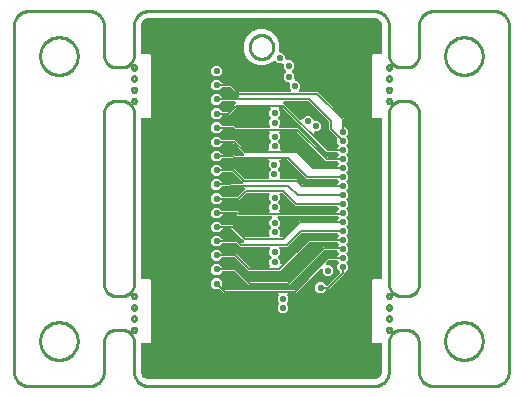
<source format=gbr>
G04 EAGLE Gerber RS-274X export*
G75*
%MOIN*%
%FSLAX34Y34*%
%LPD*%
%INEAGLE Copper Layer 15*%
%IPPOS*%
%AMOC8*
5,1,8,0,0,1.08239X$1,22.5*%
G01*
%ADD10C,0.023000*%
%ADD11C,0.006000*%
%ADD12C,0.010000*%

G36*
X4000Y-10269D02*
X4000Y-10269D01*
X4001Y-10269D01*
X4006Y-10269D01*
X4047Y-10265D01*
X4051Y-10264D01*
X4056Y-10263D01*
X4059Y-10262D01*
X4060Y-10262D01*
X4061Y-10262D01*
X4064Y-10261D01*
X4139Y-10229D01*
X4140Y-10229D01*
X4146Y-10226D01*
X4151Y-10223D01*
X4152Y-10222D01*
X4159Y-10217D01*
X4217Y-10159D01*
X4217Y-10158D01*
X4221Y-10153D01*
X4225Y-10148D01*
X4225Y-10147D01*
X4226Y-10147D01*
X4229Y-10139D01*
X4261Y-10064D01*
X4262Y-10059D01*
X4264Y-10055D01*
X4264Y-10052D01*
X4264Y-10051D01*
X4264Y-10049D01*
X4265Y-10047D01*
X4269Y-10006D01*
X4269Y-10004D01*
X4269Y-10000D01*
X4269Y-9120D01*
X4269Y-9119D01*
X4269Y-9117D01*
X4268Y-9112D01*
X4268Y-9106D01*
X4267Y-9105D01*
X4267Y-9104D01*
X4265Y-9099D01*
X4263Y-9094D01*
X4262Y-9093D01*
X4262Y-9091D01*
X4259Y-9087D01*
X4256Y-9082D01*
X4255Y-9081D01*
X4254Y-9080D01*
X4250Y-9077D01*
X4246Y-9073D01*
X4245Y-9072D01*
X4244Y-9071D01*
X4239Y-9069D01*
X4234Y-9066D01*
X4233Y-9065D01*
X4232Y-9065D01*
X4226Y-9063D01*
X4221Y-9062D01*
X4220Y-9062D01*
X4218Y-9061D01*
X4210Y-9061D01*
X3975Y-9061D01*
X3939Y-9025D01*
X3939Y-6975D01*
X3975Y-6939D01*
X4210Y-6939D01*
X4211Y-6939D01*
X4213Y-6939D01*
X4218Y-6938D01*
X4224Y-6938D01*
X4225Y-6937D01*
X4226Y-6937D01*
X4231Y-6935D01*
X4236Y-6933D01*
X4237Y-6932D01*
X4239Y-6932D01*
X4243Y-6929D01*
X4248Y-6926D01*
X4249Y-6925D01*
X4250Y-6924D01*
X4253Y-6920D01*
X4257Y-6916D01*
X4258Y-6915D01*
X4259Y-6914D01*
X4261Y-6909D01*
X4264Y-6904D01*
X4265Y-6903D01*
X4265Y-6902D01*
X4267Y-6896D01*
X4268Y-6891D01*
X4268Y-6890D01*
X4269Y-6888D01*
X4269Y-6880D01*
X4269Y-1620D01*
X4269Y-1619D01*
X4269Y-1617D01*
X4268Y-1612D01*
X4268Y-1606D01*
X4267Y-1605D01*
X4267Y-1604D01*
X4265Y-1599D01*
X4263Y-1594D01*
X4262Y-1593D01*
X4262Y-1591D01*
X4259Y-1587D01*
X4256Y-1582D01*
X4255Y-1581D01*
X4254Y-1580D01*
X4250Y-1577D01*
X4246Y-1573D01*
X4245Y-1572D01*
X4244Y-1571D01*
X4239Y-1569D01*
X4234Y-1566D01*
X4233Y-1565D01*
X4232Y-1565D01*
X4226Y-1563D01*
X4221Y-1562D01*
X4220Y-1562D01*
X4218Y-1561D01*
X4210Y-1561D01*
X3975Y-1561D01*
X3939Y-1525D01*
X3939Y525D01*
X3975Y561D01*
X4210Y561D01*
X4211Y561D01*
X4213Y561D01*
X4218Y562D01*
X4224Y562D01*
X4225Y563D01*
X4226Y563D01*
X4231Y565D01*
X4236Y567D01*
X4237Y568D01*
X4239Y568D01*
X4243Y571D01*
X4248Y574D01*
X4249Y575D01*
X4250Y576D01*
X4253Y580D01*
X4257Y584D01*
X4258Y585D01*
X4259Y586D01*
X4261Y591D01*
X4264Y596D01*
X4265Y597D01*
X4265Y598D01*
X4267Y604D01*
X4268Y609D01*
X4268Y610D01*
X4269Y612D01*
X4269Y620D01*
X4269Y1500D01*
X4269Y1501D01*
X4269Y1506D01*
X4265Y1547D01*
X4264Y1551D01*
X4263Y1556D01*
X4262Y1559D01*
X4262Y1560D01*
X4262Y1561D01*
X4261Y1564D01*
X4229Y1639D01*
X4229Y1640D01*
X4226Y1646D01*
X4223Y1651D01*
X4222Y1652D01*
X4217Y1659D01*
X4159Y1717D01*
X4158Y1717D01*
X4153Y1721D01*
X4148Y1725D01*
X4147Y1725D01*
X4147Y1726D01*
X4139Y1729D01*
X4064Y1761D01*
X4059Y1762D01*
X4055Y1764D01*
X4052Y1764D01*
X4051Y1764D01*
X4049Y1764D01*
X4047Y1765D01*
X4006Y1769D01*
X4004Y1769D01*
X4000Y1769D01*
X-3500Y1769D01*
X-3501Y1769D01*
X-3506Y1769D01*
X-3547Y1765D01*
X-3551Y1764D01*
X-3556Y1763D01*
X-3559Y1762D01*
X-3560Y1762D01*
X-3561Y1762D01*
X-3564Y1761D01*
X-3639Y1729D01*
X-3640Y1729D01*
X-3646Y1726D01*
X-3651Y1723D01*
X-3652Y1722D01*
X-3659Y1717D01*
X-3717Y1659D01*
X-3717Y1658D01*
X-3721Y1653D01*
X-3725Y1648D01*
X-3725Y1647D01*
X-3726Y1647D01*
X-3729Y1639D01*
X-3761Y1564D01*
X-3762Y1559D01*
X-3764Y1555D01*
X-3764Y1552D01*
X-3764Y1551D01*
X-3764Y1549D01*
X-3765Y1547D01*
X-3769Y1506D01*
X-3769Y1504D01*
X-3769Y1500D01*
X-3769Y620D01*
X-3769Y619D01*
X-3769Y617D01*
X-3768Y612D01*
X-3768Y606D01*
X-3767Y605D01*
X-3767Y604D01*
X-3765Y599D01*
X-3763Y594D01*
X-3762Y593D01*
X-3762Y591D01*
X-3759Y587D01*
X-3756Y582D01*
X-3755Y581D01*
X-3754Y580D01*
X-3750Y577D01*
X-3746Y573D01*
X-3745Y572D01*
X-3744Y571D01*
X-3739Y569D01*
X-3734Y566D01*
X-3733Y565D01*
X-3732Y565D01*
X-3726Y563D01*
X-3721Y562D01*
X-3720Y562D01*
X-3718Y561D01*
X-3710Y561D01*
X-3475Y561D01*
X-3439Y525D01*
X-3439Y-1525D01*
X-3475Y-1561D01*
X-3710Y-1561D01*
X-3711Y-1561D01*
X-3713Y-1561D01*
X-3718Y-1562D01*
X-3724Y-1562D01*
X-3725Y-1563D01*
X-3726Y-1563D01*
X-3731Y-1565D01*
X-3736Y-1567D01*
X-3737Y-1568D01*
X-3739Y-1568D01*
X-3743Y-1571D01*
X-3748Y-1574D01*
X-3749Y-1575D01*
X-3750Y-1576D01*
X-3753Y-1580D01*
X-3757Y-1584D01*
X-3758Y-1585D01*
X-3759Y-1586D01*
X-3761Y-1591D01*
X-3764Y-1596D01*
X-3765Y-1597D01*
X-3765Y-1598D01*
X-3767Y-1604D01*
X-3768Y-1609D01*
X-3768Y-1610D01*
X-3769Y-1612D01*
X-3769Y-1620D01*
X-3769Y-6880D01*
X-3769Y-6881D01*
X-3769Y-6883D01*
X-3768Y-6888D01*
X-3768Y-6894D01*
X-3767Y-6895D01*
X-3767Y-6896D01*
X-3765Y-6901D01*
X-3763Y-6906D01*
X-3762Y-6907D01*
X-3762Y-6909D01*
X-3759Y-6913D01*
X-3756Y-6918D01*
X-3755Y-6919D01*
X-3754Y-6920D01*
X-3750Y-6923D01*
X-3746Y-6927D01*
X-3745Y-6928D01*
X-3744Y-6929D01*
X-3739Y-6931D01*
X-3734Y-6934D01*
X-3733Y-6935D01*
X-3732Y-6935D01*
X-3726Y-6937D01*
X-3721Y-6938D01*
X-3720Y-6938D01*
X-3718Y-6939D01*
X-3710Y-6939D01*
X-3475Y-6939D01*
X-3439Y-6975D01*
X-3439Y-9025D01*
X-3475Y-9061D01*
X-3710Y-9061D01*
X-3711Y-9061D01*
X-3713Y-9061D01*
X-3718Y-9062D01*
X-3724Y-9062D01*
X-3725Y-9063D01*
X-3726Y-9063D01*
X-3731Y-9065D01*
X-3736Y-9067D01*
X-3737Y-9068D01*
X-3739Y-9068D01*
X-3743Y-9071D01*
X-3748Y-9074D01*
X-3749Y-9075D01*
X-3750Y-9076D01*
X-3753Y-9080D01*
X-3757Y-9084D01*
X-3758Y-9085D01*
X-3759Y-9086D01*
X-3761Y-9091D01*
X-3764Y-9096D01*
X-3765Y-9097D01*
X-3765Y-9098D01*
X-3767Y-9104D01*
X-3768Y-9109D01*
X-3768Y-9110D01*
X-3769Y-9112D01*
X-3769Y-9120D01*
X-3769Y-10000D01*
X-3769Y-10001D01*
X-3769Y-10006D01*
X-3765Y-10047D01*
X-3764Y-10051D01*
X-3763Y-10056D01*
X-3762Y-10059D01*
X-3762Y-10060D01*
X-3762Y-10061D01*
X-3761Y-10064D01*
X-3729Y-10139D01*
X-3729Y-10140D01*
X-3726Y-10146D01*
X-3723Y-10151D01*
X-3722Y-10152D01*
X-3717Y-10159D01*
X-3659Y-10217D01*
X-3658Y-10217D01*
X-3653Y-10221D01*
X-3648Y-10225D01*
X-3647Y-10225D01*
X-3647Y-10226D01*
X-3639Y-10229D01*
X-3564Y-10261D01*
X-3559Y-10262D01*
X-3555Y-10264D01*
X-3552Y-10264D01*
X-3551Y-10264D01*
X-3549Y-10264D01*
X-3547Y-10265D01*
X-3506Y-10269D01*
X-3504Y-10269D01*
X-3500Y-10269D01*
X4000Y-10269D01*
X4000Y-10269D01*
G37*
%LPC*%
G36*
X891Y-8066D02*
X891Y-8066D01*
X788Y-7963D01*
X788Y-7818D01*
X824Y-7781D01*
X825Y-7780D01*
X826Y-7780D01*
X829Y-7775D01*
X833Y-7771D01*
X833Y-7770D01*
X834Y-7769D01*
X836Y-7763D01*
X838Y-7758D01*
X839Y-7757D01*
X839Y-7756D01*
X840Y-7750D01*
X841Y-7745D01*
X841Y-7744D01*
X841Y-7742D01*
X841Y-7737D01*
X841Y-7731D01*
X841Y-7730D01*
X840Y-7729D01*
X839Y-7724D01*
X837Y-7718D01*
X837Y-7717D01*
X836Y-7716D01*
X834Y-7711D01*
X831Y-7706D01*
X830Y-7705D01*
X830Y-7704D01*
X824Y-7698D01*
X793Y-7667D01*
X793Y-7521D01*
X808Y-7506D01*
X810Y-7503D01*
X813Y-7500D01*
X815Y-7497D01*
X816Y-7495D01*
X818Y-7492D01*
X820Y-7488D01*
X821Y-7485D01*
X822Y-7483D01*
X823Y-7479D01*
X824Y-7475D01*
X824Y-7472D01*
X825Y-7470D01*
X825Y-7466D01*
X825Y-7461D01*
X825Y-7459D01*
X825Y-7456D01*
X824Y-7452D01*
X823Y-7448D01*
X822Y-7445D01*
X821Y-7443D01*
X819Y-7439D01*
X818Y-7435D01*
X816Y-7433D01*
X815Y-7431D01*
X812Y-7428D01*
X810Y-7424D01*
X808Y-7422D01*
X806Y-7420D01*
X803Y-7418D01*
X800Y-7415D01*
X797Y-7414D01*
X795Y-7412D01*
X791Y-7411D01*
X788Y-7409D01*
X785Y-7408D01*
X782Y-7407D01*
X778Y-7406D01*
X774Y-7405D01*
X770Y-7405D01*
X769Y-7405D01*
X768Y-7405D01*
X766Y-7405D01*
X-998Y-7405D01*
X-1123Y-7280D01*
X-1127Y-7276D01*
X-1131Y-7273D01*
X-1132Y-7272D01*
X-1133Y-7271D01*
X-1138Y-7269D01*
X-1143Y-7266D01*
X-1144Y-7266D01*
X-1146Y-7265D01*
X-1151Y-7264D01*
X-1156Y-7263D01*
X-1158Y-7263D01*
X-1159Y-7263D01*
X-1161Y-7263D01*
X-1165Y-7262D01*
X-1317Y-7262D01*
X-1420Y-7159D01*
X-1420Y-7014D01*
X-1317Y-6911D01*
X-1171Y-6911D01*
X-1068Y-7014D01*
X-1068Y-7166D01*
X-1068Y-7171D01*
X-1067Y-7177D01*
X-1067Y-7178D01*
X-1067Y-7180D01*
X-1065Y-7185D01*
X-1063Y-7190D01*
X-1063Y-7191D01*
X-1062Y-7192D01*
X-1059Y-7197D01*
X-1057Y-7202D01*
X-1055Y-7203D01*
X-1055Y-7204D01*
X-1054Y-7205D01*
X-1051Y-7208D01*
X-973Y-7286D01*
X-969Y-7289D01*
X-965Y-7293D01*
X-963Y-7294D01*
X-962Y-7294D01*
X-957Y-7297D01*
X-953Y-7299D01*
X-951Y-7300D01*
X-950Y-7300D01*
X-945Y-7301D01*
X-939Y-7303D01*
X-938Y-7303D01*
X-937Y-7303D01*
X-935Y-7303D01*
X-931Y-7303D01*
X1320Y-7303D01*
X1326Y-7303D01*
X1331Y-7302D01*
X1332Y-7302D01*
X1334Y-7302D01*
X1339Y-7300D01*
X1344Y-7298D01*
X1345Y-7298D01*
X1347Y-7297D01*
X1351Y-7294D01*
X1356Y-7292D01*
X1357Y-7290D01*
X1358Y-7290D01*
X1359Y-7289D01*
X1362Y-7286D01*
X2463Y-6185D01*
X2734Y-6185D01*
X2739Y-6185D01*
X2745Y-6184D01*
X2746Y-6184D01*
X2747Y-6184D01*
X2752Y-6182D01*
X2758Y-6181D01*
X2759Y-6180D01*
X2760Y-6179D01*
X2765Y-6176D01*
X2769Y-6174D01*
X2771Y-6172D01*
X2772Y-6172D01*
X2773Y-6171D01*
X2776Y-6168D01*
X2816Y-6128D01*
X2817Y-6127D01*
X2818Y-6126D01*
X2821Y-6122D01*
X2824Y-6117D01*
X2825Y-6116D01*
X2826Y-6115D01*
X2828Y-6110D01*
X2830Y-6105D01*
X2830Y-6104D01*
X2831Y-6103D01*
X2832Y-6097D01*
X2833Y-6092D01*
X2833Y-6090D01*
X2833Y-6089D01*
X2833Y-6084D01*
X2833Y-6078D01*
X2832Y-6077D01*
X2832Y-6076D01*
X2831Y-6070D01*
X2829Y-6065D01*
X2829Y-6064D01*
X2828Y-6062D01*
X2825Y-6058D01*
X2823Y-6053D01*
X2822Y-6052D01*
X2821Y-6051D01*
X2816Y-6044D01*
X2780Y-6009D01*
X2780Y-6006D01*
X2779Y-6000D01*
X2778Y-5999D01*
X2778Y-5998D01*
X2776Y-5993D01*
X2774Y-5987D01*
X2774Y-5986D01*
X2773Y-5985D01*
X2770Y-5981D01*
X2767Y-5976D01*
X2766Y-5975D01*
X2765Y-5974D01*
X2761Y-5970D01*
X2757Y-5966D01*
X2756Y-5966D01*
X2755Y-5965D01*
X2750Y-5962D01*
X2745Y-5960D01*
X2744Y-5959D01*
X2743Y-5959D01*
X2738Y-5957D01*
X2732Y-5955D01*
X2731Y-5955D01*
X2730Y-5955D01*
X2721Y-5954D01*
X2368Y-5954D01*
X2363Y-5955D01*
X2357Y-5955D01*
X2356Y-5956D01*
X2355Y-5956D01*
X2349Y-5958D01*
X2344Y-5959D01*
X2343Y-5960D01*
X2342Y-5961D01*
X2337Y-5964D01*
X2333Y-5966D01*
X2331Y-5968D01*
X2330Y-5968D01*
X2329Y-5969D01*
X2326Y-5972D01*
X1159Y-7139D01*
X-166Y-7139D01*
X-213Y-7092D01*
X-623Y-6682D01*
X-627Y-6679D01*
X-631Y-6675D01*
X-632Y-6675D01*
X-633Y-6674D01*
X-638Y-6672D01*
X-643Y-6669D01*
X-644Y-6669D01*
X-646Y-6668D01*
X-651Y-6667D01*
X-656Y-6666D01*
X-658Y-6665D01*
X-659Y-6665D01*
X-661Y-6665D01*
X-665Y-6665D01*
X-1022Y-6665D01*
X-1027Y-6666D01*
X-1032Y-6666D01*
X-1034Y-6666D01*
X-1035Y-6666D01*
X-1040Y-6668D01*
X-1045Y-6670D01*
X-1047Y-6671D01*
X-1048Y-6671D01*
X-1053Y-6674D01*
X-1057Y-6677D01*
X-1059Y-6678D01*
X-1060Y-6679D01*
X-1061Y-6680D01*
X-1064Y-6682D01*
X-1171Y-6790D01*
X-1317Y-6790D01*
X-1420Y-6687D01*
X-1420Y-6541D01*
X-1317Y-6438D01*
X-1171Y-6438D01*
X-1064Y-6546D01*
X-1059Y-6549D01*
X-1055Y-6553D01*
X-1054Y-6554D01*
X-1053Y-6555D01*
X-1048Y-6557D01*
X-1043Y-6559D01*
X-1042Y-6560D01*
X-1041Y-6560D01*
X-1035Y-6561D01*
X-1030Y-6563D01*
X-1028Y-6563D01*
X-1027Y-6563D01*
X-1026Y-6563D01*
X-1022Y-6563D01*
X-598Y-6563D01*
X-142Y-7020D01*
X-137Y-7023D01*
X-133Y-7027D01*
X-132Y-7027D01*
X-131Y-7028D01*
X-126Y-7031D01*
X-121Y-7033D01*
X-120Y-7033D01*
X-119Y-7034D01*
X-113Y-7035D01*
X-108Y-7037D01*
X-106Y-7037D01*
X-105Y-7037D01*
X-104Y-7037D01*
X-100Y-7037D01*
X1093Y-7037D01*
X1098Y-7037D01*
X1103Y-7036D01*
X1105Y-7036D01*
X1106Y-7036D01*
X1111Y-7034D01*
X1116Y-7032D01*
X1118Y-7031D01*
X1119Y-7031D01*
X1124Y-7028D01*
X1128Y-7025D01*
X1130Y-7024D01*
X1131Y-7024D01*
X1132Y-7022D01*
X1135Y-7020D01*
X2301Y-5853D01*
X2766Y-5853D01*
X2772Y-5852D01*
X2777Y-5852D01*
X2779Y-5852D01*
X2780Y-5851D01*
X2785Y-5850D01*
X2790Y-5848D01*
X2791Y-5847D01*
X2793Y-5847D01*
X2797Y-5844D01*
X2802Y-5841D01*
X2803Y-5840D01*
X2804Y-5839D01*
X2805Y-5838D01*
X2808Y-5836D01*
X2816Y-5828D01*
X2817Y-5827D01*
X2818Y-5826D01*
X2821Y-5822D01*
X2824Y-5817D01*
X2825Y-5816D01*
X2826Y-5815D01*
X2828Y-5810D01*
X2830Y-5805D01*
X2830Y-5804D01*
X2831Y-5803D01*
X2832Y-5797D01*
X2833Y-5792D01*
X2833Y-5790D01*
X2833Y-5789D01*
X2833Y-5784D01*
X2833Y-5778D01*
X2832Y-5777D01*
X2832Y-5776D01*
X2831Y-5770D01*
X2829Y-5765D01*
X2829Y-5764D01*
X2828Y-5762D01*
X2825Y-5758D01*
X2823Y-5753D01*
X2822Y-5752D01*
X2821Y-5751D01*
X2816Y-5744D01*
X2776Y-5704D01*
X2772Y-5701D01*
X2768Y-5697D01*
X2766Y-5697D01*
X2765Y-5696D01*
X2760Y-5694D01*
X2756Y-5691D01*
X2754Y-5691D01*
X2753Y-5690D01*
X2748Y-5689D01*
X2742Y-5688D01*
X2740Y-5687D01*
X2739Y-5687D01*
X2738Y-5687D01*
X2734Y-5687D01*
X1866Y-5687D01*
X1860Y-5688D01*
X1855Y-5688D01*
X1854Y-5688D01*
X1852Y-5689D01*
X1847Y-5690D01*
X1842Y-5692D01*
X1841Y-5693D01*
X1839Y-5693D01*
X1835Y-5696D01*
X1830Y-5699D01*
X1829Y-5700D01*
X1828Y-5701D01*
X1827Y-5702D01*
X1824Y-5704D01*
X868Y-6660D01*
X-173Y-6660D01*
X-623Y-6210D01*
X-627Y-6207D01*
X-631Y-6203D01*
X-632Y-6202D01*
X-633Y-6201D01*
X-638Y-6199D01*
X-643Y-6197D01*
X-644Y-6196D01*
X-646Y-6196D01*
X-651Y-6194D01*
X-656Y-6193D01*
X-658Y-6193D01*
X-659Y-6193D01*
X-661Y-6193D01*
X-665Y-6192D01*
X-1022Y-6192D01*
X-1027Y-6193D01*
X-1032Y-6193D01*
X-1034Y-6194D01*
X-1035Y-6194D01*
X-1040Y-6196D01*
X-1045Y-6197D01*
X-1047Y-6198D01*
X-1048Y-6199D01*
X-1053Y-6202D01*
X-1057Y-6204D01*
X-1059Y-6206D01*
X-1060Y-6206D01*
X-1061Y-6207D01*
X-1064Y-6210D01*
X-1171Y-6317D01*
X-1317Y-6317D01*
X-1420Y-6215D01*
X-1420Y-6069D01*
X-1317Y-5966D01*
X-1171Y-5966D01*
X-1064Y-6074D01*
X-1059Y-6077D01*
X-1055Y-6080D01*
X-1054Y-6081D01*
X-1053Y-6082D01*
X-1048Y-6084D01*
X-1043Y-6087D01*
X-1042Y-6087D01*
X-1041Y-6088D01*
X-1035Y-6089D01*
X-1030Y-6090D01*
X-1028Y-6091D01*
X-1027Y-6091D01*
X-1026Y-6091D01*
X-1022Y-6091D01*
X-598Y-6091D01*
X-148Y-6541D01*
X-144Y-6544D01*
X-140Y-6548D01*
X-138Y-6549D01*
X-137Y-6550D01*
X-132Y-6552D01*
X-128Y-6554D01*
X-126Y-6555D01*
X-125Y-6555D01*
X-120Y-6556D01*
X-114Y-6558D01*
X-113Y-6558D01*
X-112Y-6558D01*
X-110Y-6558D01*
X-106Y-6558D01*
X479Y-6558D01*
X483Y-6558D01*
X487Y-6558D01*
X490Y-6557D01*
X493Y-6557D01*
X497Y-6556D01*
X501Y-6554D01*
X503Y-6553D01*
X506Y-6552D01*
X509Y-6550D01*
X513Y-6548D01*
X515Y-6546D01*
X517Y-6545D01*
X520Y-6542D01*
X523Y-6539D01*
X525Y-6537D01*
X527Y-6535D01*
X529Y-6531D01*
X531Y-6528D01*
X532Y-6526D01*
X534Y-6523D01*
X535Y-6519D01*
X536Y-6516D01*
X537Y-6513D01*
X538Y-6510D01*
X538Y-6506D01*
X539Y-6502D01*
X538Y-6499D01*
X539Y-6497D01*
X538Y-6493D01*
X538Y-6489D01*
X537Y-6486D01*
X536Y-6483D01*
X535Y-6479D01*
X534Y-6475D01*
X532Y-6473D01*
X531Y-6471D01*
X529Y-6467D01*
X527Y-6464D01*
X524Y-6461D01*
X523Y-6459D01*
X521Y-6457D01*
X512Y-6448D01*
X512Y-6302D01*
X569Y-6245D01*
X570Y-6244D01*
X571Y-6243D01*
X574Y-6239D01*
X577Y-6234D01*
X578Y-6233D01*
X579Y-6232D01*
X581Y-6227D01*
X583Y-6222D01*
X583Y-6221D01*
X584Y-6219D01*
X585Y-6214D01*
X586Y-6209D01*
X586Y-6207D01*
X586Y-6206D01*
X586Y-6201D01*
X586Y-6195D01*
X585Y-6194D01*
X585Y-6192D01*
X584Y-6187D01*
X582Y-6182D01*
X582Y-6181D01*
X581Y-6179D01*
X579Y-6175D01*
X576Y-6170D01*
X575Y-6169D01*
X574Y-6168D01*
X569Y-6161D01*
X512Y-6104D01*
X512Y-5958D01*
X519Y-5951D01*
X522Y-5948D01*
X524Y-5945D01*
X526Y-5943D01*
X528Y-5940D01*
X529Y-5937D01*
X531Y-5933D01*
X532Y-5931D01*
X533Y-5928D01*
X534Y-5924D01*
X535Y-5920D01*
X536Y-5918D01*
X536Y-5915D01*
X536Y-5911D01*
X536Y-5907D01*
X536Y-5904D01*
X536Y-5901D01*
X535Y-5897D01*
X534Y-5893D01*
X533Y-5891D01*
X532Y-5888D01*
X531Y-5884D01*
X529Y-5881D01*
X527Y-5878D01*
X526Y-5876D01*
X523Y-5873D01*
X521Y-5869D01*
X519Y-5868D01*
X517Y-5866D01*
X514Y-5863D01*
X511Y-5861D01*
X508Y-5859D01*
X506Y-5858D01*
X502Y-5856D01*
X499Y-5854D01*
X496Y-5853D01*
X494Y-5852D01*
X489Y-5852D01*
X486Y-5851D01*
X482Y-5850D01*
X480Y-5850D01*
X479Y-5850D01*
X477Y-5850D01*
X-448Y-5850D01*
X-560Y-5737D01*
X-564Y-5734D01*
X-569Y-5731D01*
X-570Y-5730D01*
X-571Y-5729D01*
X-576Y-5727D01*
X-581Y-5724D01*
X-582Y-5724D01*
X-583Y-5723D01*
X-589Y-5722D01*
X-594Y-5721D01*
X-596Y-5721D01*
X-597Y-5720D01*
X-598Y-5720D01*
X-602Y-5720D01*
X-1022Y-5720D01*
X-1027Y-5721D01*
X-1032Y-5721D01*
X-1034Y-5721D01*
X-1035Y-5722D01*
X-1040Y-5723D01*
X-1045Y-5725D01*
X-1047Y-5726D01*
X-1048Y-5726D01*
X-1053Y-5729D01*
X-1057Y-5732D01*
X-1059Y-5733D01*
X-1060Y-5734D01*
X-1061Y-5735D01*
X-1064Y-5737D01*
X-1171Y-5845D01*
X-1317Y-5845D01*
X-1420Y-5742D01*
X-1420Y-5596D01*
X-1317Y-5494D01*
X-1171Y-5494D01*
X-1064Y-5601D01*
X-1059Y-5605D01*
X-1055Y-5608D01*
X-1054Y-5609D01*
X-1053Y-5610D01*
X-1048Y-5612D01*
X-1043Y-5614D01*
X-1042Y-5615D01*
X-1041Y-5615D01*
X-1035Y-5617D01*
X-1030Y-5618D01*
X-1028Y-5618D01*
X-1027Y-5618D01*
X-1026Y-5618D01*
X-1022Y-5619D01*
X-536Y-5619D01*
X-423Y-5731D01*
X-419Y-5734D01*
X-415Y-5738D01*
X-413Y-5739D01*
X-412Y-5740D01*
X-407Y-5742D01*
X-403Y-5744D01*
X-401Y-5745D01*
X-400Y-5745D01*
X-395Y-5747D01*
X-389Y-5748D01*
X-388Y-5748D01*
X-387Y-5748D01*
X-385Y-5748D01*
X-381Y-5749D01*
X-376Y-5749D01*
X-372Y-5748D01*
X-368Y-5748D01*
X-365Y-5747D01*
X-362Y-5747D01*
X-359Y-5746D01*
X-355Y-5745D01*
X-352Y-5743D01*
X-350Y-5742D01*
X-346Y-5740D01*
X-343Y-5738D01*
X-340Y-5736D01*
X-338Y-5735D01*
X-335Y-5732D01*
X-332Y-5729D01*
X-331Y-5727D01*
X-329Y-5725D01*
X-327Y-5722D01*
X-324Y-5718D01*
X-323Y-5716D01*
X-322Y-5713D01*
X-321Y-5709D01*
X-319Y-5706D01*
X-319Y-5703D01*
X-318Y-5700D01*
X-317Y-5696D01*
X-317Y-5692D01*
X-317Y-5689D01*
X-317Y-5687D01*
X-317Y-5683D01*
X-318Y-5679D01*
X-319Y-5676D01*
X-319Y-5673D01*
X-321Y-5669D01*
X-322Y-5666D01*
X-323Y-5663D01*
X-324Y-5661D01*
X-327Y-5657D01*
X-329Y-5654D01*
X-331Y-5651D01*
X-332Y-5649D01*
X-333Y-5649D01*
X-334Y-5647D01*
X-382Y-5599D01*
X-717Y-5265D01*
X-721Y-5262D01*
X-725Y-5258D01*
X-726Y-5257D01*
X-727Y-5256D01*
X-732Y-5254D01*
X-737Y-5252D01*
X-738Y-5251D01*
X-740Y-5251D01*
X-745Y-5250D01*
X-750Y-5248D01*
X-752Y-5248D01*
X-753Y-5248D01*
X-754Y-5248D01*
X-758Y-5248D01*
X-1022Y-5248D01*
X-1027Y-5248D01*
X-1032Y-5249D01*
X-1034Y-5249D01*
X-1035Y-5249D01*
X-1040Y-5251D01*
X-1045Y-5253D01*
X-1047Y-5253D01*
X-1048Y-5254D01*
X-1053Y-5257D01*
X-1057Y-5259D01*
X-1059Y-5261D01*
X-1060Y-5261D01*
X-1061Y-5262D01*
X-1064Y-5265D01*
X-1171Y-5373D01*
X-1317Y-5373D01*
X-1420Y-5270D01*
X-1420Y-5124D01*
X-1317Y-5021D01*
X-1171Y-5021D01*
X-1064Y-5129D01*
X-1059Y-5132D01*
X-1055Y-5136D01*
X-1054Y-5136D01*
X-1053Y-5137D01*
X-1048Y-5139D01*
X-1043Y-5142D01*
X-1042Y-5142D01*
X-1041Y-5143D01*
X-1035Y-5144D01*
X-1030Y-5145D01*
X-1028Y-5146D01*
X-1027Y-5146D01*
X-1026Y-5146D01*
X-1022Y-5146D01*
X-692Y-5146D01*
X-310Y-5527D01*
X-306Y-5531D01*
X-302Y-5534D01*
X-301Y-5535D01*
X-300Y-5536D01*
X-295Y-5538D01*
X-290Y-5541D01*
X-289Y-5541D01*
X-287Y-5542D01*
X-282Y-5543D01*
X-277Y-5544D01*
X-275Y-5544D01*
X-274Y-5545D01*
X-273Y-5545D01*
X-269Y-5545D01*
X466Y-5545D01*
X470Y-5544D01*
X474Y-5544D01*
X477Y-5544D01*
X479Y-5543D01*
X483Y-5542D01*
X487Y-5541D01*
X490Y-5540D01*
X492Y-5539D01*
X496Y-5536D01*
X499Y-5535D01*
X501Y-5533D01*
X504Y-5531D01*
X506Y-5528D01*
X509Y-5526D01*
X511Y-5523D01*
X513Y-5521D01*
X515Y-5518D01*
X517Y-5515D01*
X519Y-5512D01*
X520Y-5510D01*
X521Y-5506D01*
X523Y-5502D01*
X523Y-5499D01*
X524Y-5497D01*
X524Y-5493D01*
X525Y-5488D01*
X525Y-5486D01*
X525Y-5483D01*
X524Y-5479D01*
X524Y-5475D01*
X523Y-5472D01*
X523Y-5470D01*
X521Y-5466D01*
X520Y-5462D01*
X519Y-5459D01*
X518Y-5457D01*
X515Y-5454D01*
X513Y-5450D01*
X512Y-5448D01*
X512Y-5302D01*
X553Y-5261D01*
X554Y-5260D01*
X555Y-5259D01*
X558Y-5254D01*
X562Y-5250D01*
X562Y-5249D01*
X563Y-5248D01*
X565Y-5243D01*
X568Y-5238D01*
X568Y-5236D01*
X568Y-5235D01*
X569Y-5230D01*
X570Y-5224D01*
X570Y-5223D01*
X571Y-5222D01*
X570Y-5216D01*
X570Y-5211D01*
X570Y-5209D01*
X570Y-5208D01*
X568Y-5203D01*
X567Y-5197D01*
X566Y-5196D01*
X566Y-5195D01*
X563Y-5190D01*
X560Y-5185D01*
X559Y-5184D01*
X559Y-5183D01*
X553Y-5177D01*
X512Y-5135D01*
X512Y-4990D01*
X578Y-4923D01*
X581Y-4920D01*
X584Y-4917D01*
X585Y-4915D01*
X587Y-4912D01*
X589Y-4909D01*
X591Y-4905D01*
X591Y-4903D01*
X593Y-4900D01*
X593Y-4896D01*
X595Y-4892D01*
X595Y-4889D01*
X595Y-4887D01*
X595Y-4883D01*
X596Y-4879D01*
X595Y-4876D01*
X595Y-4873D01*
X594Y-4869D01*
X593Y-4865D01*
X592Y-4863D01*
X592Y-4860D01*
X590Y-4856D01*
X588Y-4853D01*
X587Y-4850D01*
X585Y-4848D01*
X583Y-4845D01*
X580Y-4841D01*
X578Y-4840D01*
X576Y-4838D01*
X573Y-4835D01*
X570Y-4832D01*
X568Y-4831D01*
X565Y-4830D01*
X562Y-4828D01*
X558Y-4826D01*
X555Y-4825D01*
X553Y-4824D01*
X549Y-4824D01*
X545Y-4823D01*
X541Y-4822D01*
X539Y-4822D01*
X538Y-4822D01*
X536Y-4822D01*
X-531Y-4822D01*
X-560Y-4793D01*
X-564Y-4789D01*
X-569Y-4786D01*
X-570Y-4785D01*
X-571Y-4784D01*
X-576Y-4782D01*
X-581Y-4779D01*
X-582Y-4779D01*
X-583Y-4778D01*
X-589Y-4777D01*
X-594Y-4776D01*
X-596Y-4776D01*
X-597Y-4775D01*
X-598Y-4775D01*
X-602Y-4775D01*
X-1022Y-4775D01*
X-1027Y-4776D01*
X-1032Y-4776D01*
X-1034Y-4777D01*
X-1035Y-4777D01*
X-1040Y-4779D01*
X-1045Y-4780D01*
X-1047Y-4781D01*
X-1048Y-4781D01*
X-1053Y-4784D01*
X-1057Y-4787D01*
X-1059Y-4788D01*
X-1060Y-4789D01*
X-1061Y-4790D01*
X-1064Y-4793D01*
X-1171Y-4900D01*
X-1317Y-4900D01*
X-1420Y-4797D01*
X-1420Y-4652D01*
X-1317Y-4549D01*
X-1171Y-4549D01*
X-1064Y-4656D01*
X-1059Y-4660D01*
X-1055Y-4663D01*
X-1054Y-4664D01*
X-1053Y-4665D01*
X-1048Y-4667D01*
X-1043Y-4670D01*
X-1042Y-4670D01*
X-1041Y-4671D01*
X-1035Y-4672D01*
X-1030Y-4673D01*
X-1028Y-4673D01*
X-1027Y-4673D01*
X-1026Y-4673D01*
X-1022Y-4674D01*
X-536Y-4674D01*
X-506Y-4703D01*
X-502Y-4706D01*
X-498Y-4710D01*
X-497Y-4711D01*
X-495Y-4712D01*
X-491Y-4714D01*
X-486Y-4716D01*
X-484Y-4717D01*
X-483Y-4717D01*
X-478Y-4718D01*
X-473Y-4720D01*
X-471Y-4720D01*
X-470Y-4720D01*
X-468Y-4720D01*
X-464Y-4720D01*
X485Y-4720D01*
X489Y-4720D01*
X493Y-4720D01*
X496Y-4719D01*
X499Y-4719D01*
X502Y-4718D01*
X506Y-4716D01*
X509Y-4715D01*
X511Y-4714D01*
X515Y-4712D01*
X519Y-4710D01*
X521Y-4708D01*
X523Y-4707D01*
X526Y-4704D01*
X529Y-4701D01*
X530Y-4699D01*
X532Y-4697D01*
X534Y-4693D01*
X537Y-4690D01*
X538Y-4688D01*
X539Y-4685D01*
X540Y-4681D01*
X542Y-4678D01*
X543Y-4675D01*
X543Y-4672D01*
X544Y-4668D01*
X544Y-4664D01*
X544Y-4661D01*
X544Y-4659D01*
X544Y-4655D01*
X543Y-4651D01*
X543Y-4648D01*
X542Y-4645D01*
X541Y-4641D01*
X539Y-4637D01*
X538Y-4635D01*
X537Y-4633D01*
X535Y-4629D01*
X533Y-4626D01*
X530Y-4623D01*
X529Y-4621D01*
X528Y-4621D01*
X527Y-4619D01*
X512Y-4604D01*
X512Y-4458D01*
X553Y-4417D01*
X554Y-4416D01*
X555Y-4415D01*
X558Y-4411D01*
X562Y-4406D01*
X562Y-4405D01*
X563Y-4404D01*
X565Y-4399D01*
X568Y-4394D01*
X568Y-4393D01*
X568Y-4391D01*
X569Y-4386D01*
X570Y-4381D01*
X570Y-4379D01*
X571Y-4378D01*
X570Y-4372D01*
X570Y-4367D01*
X570Y-4366D01*
X570Y-4364D01*
X568Y-4359D01*
X567Y-4354D01*
X566Y-4353D01*
X566Y-4351D01*
X563Y-4347D01*
X560Y-4342D01*
X559Y-4341D01*
X559Y-4339D01*
X553Y-4333D01*
X512Y-4292D01*
X512Y-4145D01*
X512Y-4144D01*
X514Y-4142D01*
X516Y-4140D01*
X517Y-4136D01*
X519Y-4133D01*
X520Y-4130D01*
X521Y-4128D01*
X522Y-4124D01*
X523Y-4120D01*
X524Y-4117D01*
X524Y-4114D01*
X524Y-4110D01*
X524Y-4106D01*
X524Y-4103D01*
X524Y-4101D01*
X523Y-4097D01*
X522Y-4093D01*
X521Y-4090D01*
X520Y-4087D01*
X519Y-4084D01*
X517Y-4080D01*
X515Y-4078D01*
X514Y-4075D01*
X511Y-4072D01*
X509Y-4069D01*
X507Y-4067D01*
X505Y-4065D01*
X502Y-4063D01*
X499Y-4060D01*
X496Y-4059D01*
X494Y-4057D01*
X490Y-4055D01*
X487Y-4054D01*
X484Y-4053D01*
X482Y-4052D01*
X478Y-4051D01*
X474Y-4050D01*
X470Y-4050D01*
X468Y-4050D01*
X467Y-4050D01*
X465Y-4049D01*
X-227Y-4049D01*
X-232Y-4050D01*
X-237Y-4050D01*
X-239Y-4051D01*
X-240Y-4051D01*
X-245Y-4053D01*
X-250Y-4054D01*
X-252Y-4055D01*
X-253Y-4056D01*
X-257Y-4059D01*
X-262Y-4061D01*
X-264Y-4063D01*
X-265Y-4064D01*
X-268Y-4067D01*
X-504Y-4303D01*
X-1022Y-4303D01*
X-1027Y-4303D01*
X-1032Y-4304D01*
X-1034Y-4304D01*
X-1035Y-4304D01*
X-1040Y-4306D01*
X-1045Y-4308D01*
X-1047Y-4308D01*
X-1048Y-4309D01*
X-1053Y-4312D01*
X-1057Y-4315D01*
X-1059Y-4316D01*
X-1060Y-4316D01*
X-1061Y-4317D01*
X-1064Y-4320D01*
X-1171Y-4428D01*
X-1317Y-4428D01*
X-1420Y-4325D01*
X-1420Y-4179D01*
X-1317Y-4076D01*
X-1171Y-4076D01*
X-1064Y-4184D01*
X-1059Y-4187D01*
X-1055Y-4191D01*
X-1054Y-4191D01*
X-1053Y-4192D01*
X-1048Y-4195D01*
X-1043Y-4197D01*
X-1042Y-4198D01*
X-1041Y-4198D01*
X-1035Y-4199D01*
X-1030Y-4201D01*
X-1028Y-4201D01*
X-1027Y-4201D01*
X-1026Y-4201D01*
X-1022Y-4201D01*
X-571Y-4201D01*
X-566Y-4201D01*
X-560Y-4200D01*
X-559Y-4200D01*
X-557Y-4200D01*
X-552Y-4198D01*
X-547Y-4196D01*
X-546Y-4196D01*
X-545Y-4195D01*
X-540Y-4192D01*
X-535Y-4189D01*
X-534Y-4188D01*
X-533Y-4188D01*
X-532Y-4187D01*
X-529Y-4184D01*
X-323Y-3978D01*
X-321Y-3975D01*
X-318Y-3972D01*
X-317Y-3970D01*
X-315Y-3967D01*
X-313Y-3964D01*
X-311Y-3960D01*
X-310Y-3958D01*
X-309Y-3955D01*
X-308Y-3951D01*
X-307Y-3947D01*
X-307Y-3944D01*
X-306Y-3942D01*
X-306Y-3938D01*
X-306Y-3934D01*
X-306Y-3931D01*
X-306Y-3928D01*
X-308Y-3924D01*
X-308Y-3920D01*
X-309Y-3918D01*
X-310Y-3915D01*
X-312Y-3911D01*
X-313Y-3908D01*
X-315Y-3905D01*
X-316Y-3903D01*
X-319Y-3900D01*
X-321Y-3896D01*
X-323Y-3895D01*
X-325Y-3893D01*
X-328Y-3890D01*
X-332Y-3887D01*
X-334Y-3886D01*
X-336Y-3885D01*
X-340Y-3883D01*
X-344Y-3881D01*
X-346Y-3880D01*
X-349Y-3879D01*
X-353Y-3879D01*
X-357Y-3878D01*
X-361Y-3877D01*
X-362Y-3877D01*
X-363Y-3877D01*
X-365Y-3877D01*
X-781Y-3877D01*
X-810Y-3848D01*
X-814Y-3844D01*
X-819Y-3841D01*
X-820Y-3840D01*
X-821Y-3839D01*
X-826Y-3837D01*
X-831Y-3834D01*
X-832Y-3834D01*
X-833Y-3833D01*
X-839Y-3832D01*
X-844Y-3831D01*
X-846Y-3831D01*
X-847Y-3831D01*
X-848Y-3831D01*
X-852Y-3830D01*
X-1022Y-3830D01*
X-1027Y-3831D01*
X-1032Y-3831D01*
X-1034Y-3832D01*
X-1035Y-3832D01*
X-1040Y-3834D01*
X-1045Y-3835D01*
X-1047Y-3836D01*
X-1048Y-3836D01*
X-1053Y-3839D01*
X-1057Y-3842D01*
X-1059Y-3843D01*
X-1060Y-3844D01*
X-1061Y-3845D01*
X-1064Y-3848D01*
X-1171Y-3955D01*
X-1317Y-3955D01*
X-1420Y-3852D01*
X-1420Y-3707D01*
X-1317Y-3604D01*
X-1171Y-3604D01*
X-1064Y-3711D01*
X-1059Y-3715D01*
X-1055Y-3718D01*
X-1054Y-3719D01*
X-1053Y-3720D01*
X-1048Y-3722D01*
X-1043Y-3725D01*
X-1042Y-3725D01*
X-1041Y-3726D01*
X-1035Y-3727D01*
X-1030Y-3728D01*
X-1028Y-3728D01*
X-1027Y-3729D01*
X-1026Y-3728D01*
X-1022Y-3729D01*
X-786Y-3729D01*
X-756Y-3758D01*
X-752Y-3761D01*
X-748Y-3765D01*
X-747Y-3766D01*
X-746Y-3767D01*
X-741Y-3769D01*
X-736Y-3771D01*
X-734Y-3772D01*
X-733Y-3772D01*
X-728Y-3774D01*
X-723Y-3775D01*
X-721Y-3775D01*
X-720Y-3775D01*
X-718Y-3775D01*
X-714Y-3776D01*
X-428Y-3776D01*
X-424Y-3775D01*
X-420Y-3775D01*
X-417Y-3774D01*
X-414Y-3774D01*
X-411Y-3773D01*
X-407Y-3772D01*
X-404Y-3770D01*
X-402Y-3769D01*
X-398Y-3767D01*
X-395Y-3765D01*
X-393Y-3763D01*
X-390Y-3762D01*
X-387Y-3759D01*
X-384Y-3756D01*
X-383Y-3754D01*
X-381Y-3752D01*
X-379Y-3749D01*
X-376Y-3745D01*
X-375Y-3743D01*
X-374Y-3740D01*
X-373Y-3736D01*
X-371Y-3733D01*
X-371Y-3730D01*
X-370Y-3727D01*
X-369Y-3723D01*
X-369Y-3719D01*
X-369Y-3716D01*
X-369Y-3714D01*
X-369Y-3710D01*
X-370Y-3706D01*
X-371Y-3703D01*
X-371Y-3700D01*
X-373Y-3696D01*
X-374Y-3693D01*
X-375Y-3690D01*
X-376Y-3688D01*
X-379Y-3684D01*
X-381Y-3681D01*
X-383Y-3678D01*
X-384Y-3676D01*
X-385Y-3676D01*
X-386Y-3674D01*
X-685Y-3375D01*
X-689Y-3372D01*
X-694Y-3368D01*
X-695Y-3368D01*
X-696Y-3367D01*
X-701Y-3364D01*
X-706Y-3362D01*
X-707Y-3362D01*
X-708Y-3361D01*
X-714Y-3360D01*
X-719Y-3358D01*
X-721Y-3358D01*
X-722Y-3358D01*
X-723Y-3358D01*
X-727Y-3358D01*
X-1022Y-3358D01*
X-1027Y-3358D01*
X-1032Y-3359D01*
X-1034Y-3359D01*
X-1035Y-3359D01*
X-1040Y-3361D01*
X-1045Y-3363D01*
X-1047Y-3364D01*
X-1048Y-3364D01*
X-1053Y-3367D01*
X-1057Y-3370D01*
X-1059Y-3371D01*
X-1060Y-3371D01*
X-1061Y-3373D01*
X-1064Y-3375D01*
X-1171Y-3483D01*
X-1317Y-3483D01*
X-1420Y-3380D01*
X-1420Y-3234D01*
X-1317Y-3131D01*
X-1171Y-3131D01*
X-1064Y-3239D01*
X-1059Y-3242D01*
X-1055Y-3246D01*
X-1054Y-3247D01*
X-1053Y-3247D01*
X-1048Y-3250D01*
X-1043Y-3252D01*
X-1042Y-3253D01*
X-1041Y-3253D01*
X-1035Y-3254D01*
X-1030Y-3256D01*
X-1028Y-3256D01*
X-1027Y-3256D01*
X-1026Y-3256D01*
X-1022Y-3256D01*
X-661Y-3256D01*
X-336Y-3581D01*
X-332Y-3584D01*
X-328Y-3587D01*
X-327Y-3588D01*
X-326Y-3589D01*
X-321Y-3591D01*
X-316Y-3594D01*
X-315Y-3594D01*
X-313Y-3595D01*
X-308Y-3596D01*
X-303Y-3597D01*
X-301Y-3598D01*
X-300Y-3598D01*
X-298Y-3598D01*
X-294Y-3598D01*
X448Y-3598D01*
X449Y-3598D01*
X450Y-3598D01*
X456Y-3597D01*
X461Y-3596D01*
X462Y-3596D01*
X464Y-3596D01*
X469Y-3594D01*
X474Y-3592D01*
X475Y-3591D01*
X476Y-3591D01*
X481Y-3587D01*
X485Y-3584D01*
X486Y-3583D01*
X487Y-3583D01*
X491Y-3578D01*
X495Y-3574D01*
X495Y-3573D01*
X496Y-3572D01*
X499Y-3568D01*
X502Y-3563D01*
X502Y-3561D01*
X503Y-3560D01*
X504Y-3555D01*
X506Y-3550D01*
X506Y-3548D01*
X506Y-3547D01*
X507Y-3539D01*
X507Y-3371D01*
X553Y-3324D01*
X554Y-3323D01*
X555Y-3322D01*
X558Y-3318D01*
X562Y-3313D01*
X562Y-3312D01*
X563Y-3311D01*
X565Y-3306D01*
X568Y-3301D01*
X568Y-3300D01*
X568Y-3298D01*
X569Y-3293D01*
X570Y-3288D01*
X570Y-3286D01*
X571Y-3285D01*
X570Y-3279D01*
X570Y-3274D01*
X570Y-3273D01*
X570Y-3271D01*
X568Y-3266D01*
X567Y-3261D01*
X566Y-3260D01*
X566Y-3258D01*
X563Y-3254D01*
X560Y-3249D01*
X559Y-3248D01*
X559Y-3247D01*
X553Y-3240D01*
X507Y-3194D01*
X507Y-3048D01*
X508Y-3046D01*
X511Y-3043D01*
X513Y-3041D01*
X514Y-3038D01*
X516Y-3035D01*
X518Y-3031D01*
X519Y-3029D01*
X520Y-3026D01*
X521Y-3022D01*
X522Y-3018D01*
X522Y-3015D01*
X523Y-3013D01*
X523Y-3009D01*
X523Y-3005D01*
X523Y-3002D01*
X523Y-2999D01*
X522Y-2995D01*
X521Y-2991D01*
X520Y-2989D01*
X519Y-2986D01*
X517Y-2982D01*
X516Y-2978D01*
X514Y-2976D01*
X513Y-2974D01*
X510Y-2971D01*
X508Y-2967D01*
X506Y-2966D01*
X504Y-2963D01*
X501Y-2961D01*
X498Y-2958D01*
X495Y-2957D01*
X493Y-2955D01*
X489Y-2954D01*
X486Y-2952D01*
X483Y-2951D01*
X480Y-2950D01*
X476Y-2950D01*
X472Y-2948D01*
X468Y-2948D01*
X467Y-2948D01*
X466Y-2948D01*
X464Y-2948D01*
X-671Y-2948D01*
X-717Y-2903D01*
X-721Y-2899D01*
X-725Y-2896D01*
X-726Y-2895D01*
X-727Y-2894D01*
X-732Y-2892D01*
X-737Y-2889D01*
X-738Y-2889D01*
X-740Y-2888D01*
X-745Y-2887D01*
X-750Y-2886D01*
X-752Y-2886D01*
X-753Y-2886D01*
X-754Y-2886D01*
X-758Y-2885D01*
X-1022Y-2885D01*
X-1027Y-2886D01*
X-1032Y-2886D01*
X-1034Y-2887D01*
X-1035Y-2887D01*
X-1040Y-2889D01*
X-1045Y-2890D01*
X-1047Y-2891D01*
X-1048Y-2892D01*
X-1053Y-2895D01*
X-1057Y-2897D01*
X-1059Y-2898D01*
X-1060Y-2899D01*
X-1061Y-2900D01*
X-1064Y-2903D01*
X-1171Y-3010D01*
X-1317Y-3010D01*
X-1420Y-2907D01*
X-1420Y-2762D01*
X-1317Y-2659D01*
X-1171Y-2659D01*
X-1064Y-2767D01*
X-1059Y-2770D01*
X-1055Y-2773D01*
X-1054Y-2774D01*
X-1053Y-2775D01*
X-1048Y-2777D01*
X-1043Y-2780D01*
X-1042Y-2780D01*
X-1041Y-2781D01*
X-1035Y-2782D01*
X-1030Y-2783D01*
X-1028Y-2783D01*
X-1027Y-2784D01*
X-1026Y-2784D01*
X-1022Y-2784D01*
X-692Y-2784D01*
X-647Y-2829D01*
X-642Y-2832D01*
X-638Y-2836D01*
X-637Y-2837D01*
X-636Y-2838D01*
X-631Y-2840D01*
X-626Y-2842D01*
X-625Y-2843D01*
X-624Y-2843D01*
X-618Y-2844D01*
X-613Y-2846D01*
X-611Y-2846D01*
X-610Y-2846D01*
X-609Y-2846D01*
X-605Y-2846D01*
X-381Y-2846D01*
X-377Y-2846D01*
X-373Y-2846D01*
X-370Y-2845D01*
X-367Y-2845D01*
X-364Y-2843D01*
X-360Y-2842D01*
X-357Y-2841D01*
X-355Y-2840D01*
X-351Y-2838D01*
X-348Y-2836D01*
X-345Y-2834D01*
X-343Y-2833D01*
X-340Y-2830D01*
X-337Y-2827D01*
X-336Y-2825D01*
X-334Y-2823D01*
X-332Y-2819D01*
X-329Y-2816D01*
X-328Y-2814D01*
X-327Y-2811D01*
X-326Y-2807D01*
X-324Y-2804D01*
X-324Y-2801D01*
X-323Y-2798D01*
X-322Y-2794D01*
X-322Y-2790D01*
X-322Y-2787D01*
X-322Y-2785D01*
X-322Y-2781D01*
X-323Y-2776D01*
X-323Y-2774D01*
X-324Y-2771D01*
X-325Y-2767D01*
X-327Y-2763D01*
X-328Y-2761D01*
X-329Y-2758D01*
X-331Y-2755D01*
X-334Y-2752D01*
X-336Y-2749D01*
X-337Y-2747D01*
X-338Y-2747D01*
X-339Y-2745D01*
X-375Y-2710D01*
X-654Y-2430D01*
X-658Y-2427D01*
X-662Y-2423D01*
X-664Y-2423D01*
X-665Y-2422D01*
X-670Y-2420D01*
X-674Y-2417D01*
X-676Y-2417D01*
X-677Y-2416D01*
X-682Y-2415D01*
X-687Y-2414D01*
X-689Y-2413D01*
X-690Y-2413D01*
X-692Y-2413D01*
X-696Y-2413D01*
X-1022Y-2413D01*
X-1027Y-2414D01*
X-1032Y-2414D01*
X-1034Y-2414D01*
X-1035Y-2415D01*
X-1040Y-2416D01*
X-1045Y-2418D01*
X-1047Y-2419D01*
X-1048Y-2419D01*
X-1053Y-2422D01*
X-1057Y-2425D01*
X-1059Y-2426D01*
X-1060Y-2427D01*
X-1061Y-2428D01*
X-1064Y-2430D01*
X-1171Y-2538D01*
X-1317Y-2538D01*
X-1420Y-2435D01*
X-1420Y-2289D01*
X-1317Y-2186D01*
X-1171Y-2186D01*
X-1064Y-2294D01*
X-1059Y-2297D01*
X-1055Y-2301D01*
X-1054Y-2302D01*
X-1053Y-2303D01*
X-1048Y-2305D01*
X-1043Y-2307D01*
X-1042Y-2308D01*
X-1041Y-2308D01*
X-1035Y-2309D01*
X-1030Y-2311D01*
X-1028Y-2311D01*
X-1027Y-2311D01*
X-1026Y-2311D01*
X-1022Y-2311D01*
X-629Y-2311D01*
X-582Y-2359D01*
X-303Y-2638D01*
X-299Y-2641D01*
X-295Y-2645D01*
X-293Y-2645D01*
X-292Y-2646D01*
X-287Y-2649D01*
X-283Y-2651D01*
X-281Y-2651D01*
X-280Y-2652D01*
X-275Y-2653D01*
X-269Y-2655D01*
X-268Y-2655D01*
X-267Y-2655D01*
X-265Y-2655D01*
X-261Y-2655D01*
X453Y-2655D01*
X454Y-2655D01*
X455Y-2655D01*
X461Y-2654D01*
X466Y-2654D01*
X467Y-2653D01*
X469Y-2653D01*
X474Y-2651D01*
X479Y-2649D01*
X480Y-2648D01*
X481Y-2648D01*
X486Y-2645D01*
X490Y-2642D01*
X491Y-2641D01*
X492Y-2640D01*
X496Y-2636D01*
X500Y-2632D01*
X500Y-2631D01*
X501Y-2630D01*
X504Y-2625D01*
X507Y-2620D01*
X507Y-2619D01*
X508Y-2618D01*
X509Y-2612D01*
X511Y-2607D01*
X511Y-2606D01*
X511Y-2604D01*
X512Y-2596D01*
X512Y-2427D01*
X553Y-2386D01*
X554Y-2385D01*
X555Y-2384D01*
X558Y-2379D01*
X562Y-2375D01*
X562Y-2374D01*
X563Y-2373D01*
X565Y-2368D01*
X568Y-2363D01*
X568Y-2361D01*
X568Y-2360D01*
X569Y-2355D01*
X570Y-2349D01*
X570Y-2348D01*
X571Y-2347D01*
X570Y-2341D01*
X570Y-2336D01*
X570Y-2334D01*
X570Y-2333D01*
X568Y-2328D01*
X567Y-2322D01*
X566Y-2321D01*
X566Y-2320D01*
X563Y-2315D01*
X560Y-2310D01*
X559Y-2309D01*
X559Y-2308D01*
X553Y-2302D01*
X512Y-2260D01*
X512Y-2115D01*
X522Y-2104D01*
X525Y-2101D01*
X528Y-2098D01*
X529Y-2096D01*
X531Y-2093D01*
X532Y-2090D01*
X535Y-2086D01*
X535Y-2084D01*
X537Y-2081D01*
X537Y-2077D01*
X539Y-2073D01*
X539Y-2070D01*
X539Y-2068D01*
X539Y-2064D01*
X540Y-2060D01*
X539Y-2057D01*
X539Y-2054D01*
X538Y-2050D01*
X537Y-2046D01*
X536Y-2044D01*
X536Y-2041D01*
X534Y-2037D01*
X532Y-2034D01*
X531Y-2031D01*
X529Y-2029D01*
X527Y-2026D01*
X524Y-2022D01*
X522Y-2021D01*
X520Y-2019D01*
X517Y-2016D01*
X514Y-2013D01*
X512Y-2012D01*
X509Y-2011D01*
X506Y-2009D01*
X502Y-2007D01*
X499Y-2006D01*
X497Y-2005D01*
X493Y-2005D01*
X489Y-2004D01*
X485Y-2003D01*
X483Y-2003D01*
X482Y-2003D01*
X480Y-2003D01*
X-640Y-2003D01*
X-685Y-1958D01*
X-689Y-1955D01*
X-694Y-1951D01*
X-695Y-1950D01*
X-696Y-1949D01*
X-701Y-1947D01*
X-706Y-1945D01*
X-707Y-1944D01*
X-708Y-1944D01*
X-714Y-1942D01*
X-719Y-1941D01*
X-721Y-1941D01*
X-722Y-1941D01*
X-723Y-1941D01*
X-727Y-1941D01*
X-1022Y-1941D01*
X-1027Y-1941D01*
X-1032Y-1941D01*
X-1034Y-1942D01*
X-1035Y-1942D01*
X-1040Y-1944D01*
X-1045Y-1945D01*
X-1047Y-1946D01*
X-1048Y-1947D01*
X-1053Y-1950D01*
X-1057Y-1952D01*
X-1059Y-1954D01*
X-1060Y-1954D01*
X-1061Y-1955D01*
X-1064Y-1958D01*
X-1171Y-2066D01*
X-1317Y-2066D01*
X-1420Y-1963D01*
X-1420Y-1817D01*
X-1317Y-1714D01*
X-1171Y-1714D01*
X-1064Y-1822D01*
X-1059Y-1825D01*
X-1055Y-1829D01*
X-1054Y-1829D01*
X-1053Y-1830D01*
X-1048Y-1832D01*
X-1043Y-1835D01*
X-1042Y-1835D01*
X-1041Y-1836D01*
X-1035Y-1837D01*
X-1030Y-1838D01*
X-1028Y-1839D01*
X-1027Y-1839D01*
X-1026Y-1839D01*
X-1022Y-1839D01*
X-661Y-1839D01*
X-615Y-1884D01*
X-611Y-1887D01*
X-607Y-1891D01*
X-606Y-1892D01*
X-605Y-1893D01*
X-600Y-1895D01*
X-595Y-1897D01*
X-594Y-1898D01*
X-592Y-1898D01*
X-587Y-1900D01*
X-582Y-1901D01*
X-580Y-1901D01*
X-579Y-1901D01*
X-578Y-1901D01*
X-574Y-1902D01*
X479Y-1902D01*
X483Y-1901D01*
X487Y-1901D01*
X489Y-1900D01*
X492Y-1900D01*
X496Y-1899D01*
X500Y-1898D01*
X502Y-1896D01*
X505Y-1895D01*
X508Y-1893D01*
X512Y-1891D01*
X514Y-1889D01*
X516Y-1888D01*
X519Y-1885D01*
X522Y-1882D01*
X524Y-1880D01*
X526Y-1878D01*
X528Y-1875D01*
X530Y-1871D01*
X531Y-1869D01*
X533Y-1866D01*
X534Y-1862D01*
X536Y-1859D01*
X536Y-1856D01*
X537Y-1853D01*
X537Y-1849D01*
X538Y-1845D01*
X538Y-1842D01*
X538Y-1840D01*
X537Y-1836D01*
X537Y-1832D01*
X536Y-1829D01*
X536Y-1826D01*
X534Y-1822D01*
X533Y-1819D01*
X532Y-1816D01*
X531Y-1814D01*
X528Y-1810D01*
X526Y-1807D01*
X523Y-1804D01*
X523Y-1802D01*
X522Y-1802D01*
X521Y-1800D01*
X512Y-1792D01*
X512Y-1646D01*
X553Y-1604D01*
X554Y-1603D01*
X555Y-1603D01*
X558Y-1598D01*
X562Y-1594D01*
X562Y-1593D01*
X563Y-1591D01*
X565Y-1586D01*
X568Y-1581D01*
X568Y-1580D01*
X568Y-1579D01*
X569Y-1573D01*
X570Y-1568D01*
X570Y-1567D01*
X571Y-1565D01*
X570Y-1560D01*
X570Y-1554D01*
X570Y-1553D01*
X570Y-1552D01*
X568Y-1547D01*
X567Y-1541D01*
X566Y-1540D01*
X566Y-1539D01*
X563Y-1534D01*
X560Y-1529D01*
X559Y-1528D01*
X559Y-1527D01*
X553Y-1521D01*
X512Y-1479D01*
X512Y-1333D01*
X540Y-1306D01*
X542Y-1302D01*
X545Y-1299D01*
X546Y-1297D01*
X548Y-1295D01*
X550Y-1291D01*
X552Y-1288D01*
X553Y-1285D01*
X554Y-1283D01*
X555Y-1279D01*
X556Y-1275D01*
X556Y-1272D01*
X557Y-1269D01*
X557Y-1265D01*
X557Y-1261D01*
X556Y-1258D01*
X556Y-1256D01*
X555Y-1252D01*
X555Y-1248D01*
X554Y-1245D01*
X553Y-1242D01*
X551Y-1239D01*
X550Y-1235D01*
X548Y-1233D01*
X547Y-1230D01*
X544Y-1227D01*
X542Y-1224D01*
X540Y-1222D01*
X538Y-1220D01*
X534Y-1218D01*
X531Y-1215D01*
X529Y-1214D01*
X527Y-1212D01*
X523Y-1210D01*
X519Y-1209D01*
X517Y-1208D01*
X514Y-1207D01*
X510Y-1206D01*
X506Y-1205D01*
X502Y-1205D01*
X501Y-1205D01*
X500Y-1205D01*
X498Y-1204D01*
X-560Y-1204D01*
X-565Y-1205D01*
X-571Y-1205D01*
X-572Y-1206D01*
X-573Y-1206D01*
X-578Y-1208D01*
X-584Y-1209D01*
X-585Y-1210D01*
X-586Y-1211D01*
X-591Y-1214D01*
X-595Y-1216D01*
X-597Y-1218D01*
X-598Y-1218D01*
X-599Y-1219D01*
X-602Y-1222D01*
X-848Y-1468D01*
X-1022Y-1468D01*
X-1027Y-1469D01*
X-1032Y-1469D01*
X-1034Y-1469D01*
X-1035Y-1470D01*
X-1040Y-1471D01*
X-1045Y-1473D01*
X-1047Y-1474D01*
X-1048Y-1474D01*
X-1053Y-1477D01*
X-1057Y-1480D01*
X-1059Y-1481D01*
X-1060Y-1482D01*
X-1061Y-1483D01*
X-1064Y-1485D01*
X-1171Y-1593D01*
X-1317Y-1593D01*
X-1420Y-1490D01*
X-1420Y-1345D01*
X-1317Y-1242D01*
X-1171Y-1242D01*
X-1064Y-1349D01*
X-1059Y-1353D01*
X-1055Y-1356D01*
X-1054Y-1357D01*
X-1053Y-1358D01*
X-1048Y-1360D01*
X-1043Y-1362D01*
X-1042Y-1363D01*
X-1041Y-1363D01*
X-1035Y-1365D01*
X-1030Y-1366D01*
X-1028Y-1366D01*
X-1027Y-1366D01*
X-1026Y-1366D01*
X-1022Y-1367D01*
X-915Y-1367D01*
X-909Y-1366D01*
X-904Y-1366D01*
X-903Y-1365D01*
X-901Y-1365D01*
X-896Y-1363D01*
X-891Y-1362D01*
X-890Y-1361D01*
X-888Y-1360D01*
X-884Y-1357D01*
X-879Y-1355D01*
X-878Y-1353D01*
X-877Y-1353D01*
X-876Y-1352D01*
X-873Y-1349D01*
X-674Y-1150D01*
X-620Y-1097D01*
X-618Y-1094D01*
X-615Y-1091D01*
X-614Y-1088D01*
X-612Y-1086D01*
X-610Y-1082D01*
X-608Y-1079D01*
X-607Y-1076D01*
X-606Y-1074D01*
X-605Y-1070D01*
X-604Y-1066D01*
X-604Y-1063D01*
X-603Y-1060D01*
X-603Y-1056D01*
X-603Y-1052D01*
X-603Y-1050D01*
X-604Y-1047D01*
X-605Y-1043D01*
X-605Y-1039D01*
X-606Y-1036D01*
X-607Y-1034D01*
X-609Y-1030D01*
X-610Y-1026D01*
X-612Y-1024D01*
X-613Y-1021D01*
X-616Y-1018D01*
X-618Y-1015D01*
X-620Y-1013D01*
X-622Y-1011D01*
X-625Y-1009D01*
X-629Y-1006D01*
X-631Y-1005D01*
X-633Y-1003D01*
X-637Y-1002D01*
X-641Y-1000D01*
X-643Y-999D01*
X-646Y-998D01*
X-650Y-997D01*
X-654Y-996D01*
X-658Y-996D01*
X-659Y-996D01*
X-660Y-996D01*
X-662Y-996D01*
X-1022Y-996D01*
X-1027Y-996D01*
X-1032Y-997D01*
X-1034Y-997D01*
X-1035Y-997D01*
X-1040Y-999D01*
X-1045Y-1001D01*
X-1047Y-1001D01*
X-1048Y-1002D01*
X-1053Y-1005D01*
X-1057Y-1007D01*
X-1059Y-1009D01*
X-1060Y-1009D01*
X-1061Y-1010D01*
X-1064Y-1013D01*
X-1171Y-1121D01*
X-1317Y-1121D01*
X-1420Y-1018D01*
X-1420Y-872D01*
X-1317Y-769D01*
X-1171Y-769D01*
X-1064Y-877D01*
X-1059Y-880D01*
X-1055Y-884D01*
X-1054Y-884D01*
X-1053Y-885D01*
X-1048Y-888D01*
X-1043Y-890D01*
X-1042Y-890D01*
X-1041Y-891D01*
X-1035Y-892D01*
X-1030Y-894D01*
X-1028Y-894D01*
X-1027Y-894D01*
X-1026Y-894D01*
X-1022Y-894D01*
X-568Y-894D01*
X-564Y-894D01*
X-560Y-894D01*
X-558Y-893D01*
X-555Y-893D01*
X-551Y-891D01*
X-547Y-890D01*
X-545Y-889D01*
X-542Y-888D01*
X-539Y-886D01*
X-535Y-884D01*
X-533Y-882D01*
X-531Y-881D01*
X-528Y-878D01*
X-525Y-875D01*
X-523Y-873D01*
X-521Y-871D01*
X-519Y-867D01*
X-517Y-864D01*
X-516Y-861D01*
X-514Y-859D01*
X-513Y-855D01*
X-512Y-851D01*
X-511Y-849D01*
X-510Y-846D01*
X-510Y-842D01*
X-509Y-838D01*
X-509Y-835D01*
X-509Y-832D01*
X-510Y-828D01*
X-510Y-824D01*
X-511Y-822D01*
X-511Y-819D01*
X-513Y-815D01*
X-514Y-811D01*
X-516Y-809D01*
X-517Y-806D01*
X-519Y-803D01*
X-521Y-799D01*
X-524Y-796D01*
X-525Y-795D01*
X-525Y-794D01*
X-527Y-793D01*
X-779Y-541D01*
X-783Y-537D01*
X-787Y-534D01*
X-789Y-533D01*
X-790Y-532D01*
X-795Y-530D01*
X-799Y-527D01*
X-801Y-527D01*
X-802Y-526D01*
X-807Y-525D01*
X-812Y-524D01*
X-814Y-524D01*
X-815Y-523D01*
X-817Y-523D01*
X-821Y-523D01*
X-1022Y-523D01*
X-1027Y-524D01*
X-1032Y-524D01*
X-1034Y-525D01*
X-1035Y-525D01*
X-1040Y-527D01*
X-1045Y-528D01*
X-1047Y-529D01*
X-1048Y-529D01*
X-1053Y-532D01*
X-1057Y-535D01*
X-1059Y-536D01*
X-1060Y-537D01*
X-1061Y-538D01*
X-1064Y-541D01*
X-1171Y-648D01*
X-1317Y-648D01*
X-1420Y-545D01*
X-1420Y-400D01*
X-1317Y-297D01*
X-1171Y-297D01*
X-1064Y-404D01*
X-1059Y-408D01*
X-1055Y-411D01*
X-1054Y-412D01*
X-1053Y-413D01*
X-1048Y-415D01*
X-1043Y-418D01*
X-1042Y-418D01*
X-1041Y-419D01*
X-1035Y-420D01*
X-1030Y-421D01*
X-1028Y-421D01*
X-1027Y-421D01*
X-1026Y-421D01*
X-1022Y-422D01*
X-754Y-422D01*
X-490Y-686D01*
X-486Y-689D01*
X-482Y-692D01*
X-481Y-693D01*
X-480Y-694D01*
X-475Y-696D01*
X-470Y-699D01*
X-469Y-699D01*
X-467Y-700D01*
X-462Y-701D01*
X-457Y-702D01*
X-455Y-702D01*
X-454Y-703D01*
X-453Y-703D01*
X-449Y-703D01*
X1186Y-703D01*
X1190Y-702D01*
X1194Y-702D01*
X1197Y-702D01*
X1200Y-701D01*
X1204Y-700D01*
X1208Y-699D01*
X1210Y-698D01*
X1213Y-697D01*
X1216Y-695D01*
X1220Y-693D01*
X1222Y-691D01*
X1224Y-689D01*
X1227Y-686D01*
X1230Y-684D01*
X1232Y-681D01*
X1234Y-679D01*
X1236Y-676D01*
X1238Y-673D01*
X1239Y-670D01*
X1241Y-668D01*
X1242Y-664D01*
X1243Y-660D01*
X1244Y-657D01*
X1245Y-655D01*
X1245Y-651D01*
X1246Y-647D01*
X1245Y-644D01*
X1246Y-641D01*
X1245Y-637D01*
X1245Y-633D01*
X1244Y-630D01*
X1243Y-628D01*
X1242Y-624D01*
X1241Y-620D01*
X1239Y-618D01*
X1238Y-615D01*
X1236Y-612D01*
X1234Y-608D01*
X1231Y-605D01*
X1230Y-604D01*
X1230Y-603D01*
X1228Y-602D01*
X1197Y-570D01*
X1197Y-419D01*
X1197Y-417D01*
X1197Y-416D01*
X1196Y-411D01*
X1195Y-405D01*
X1195Y-404D01*
X1195Y-403D01*
X1192Y-398D01*
X1191Y-392D01*
X1190Y-391D01*
X1189Y-390D01*
X1186Y-386D01*
X1183Y-381D01*
X1182Y-380D01*
X1181Y-379D01*
X1177Y-375D01*
X1173Y-372D01*
X1172Y-371D01*
X1171Y-370D01*
X1166Y-367D01*
X1162Y-365D01*
X1160Y-364D01*
X1159Y-364D01*
X1154Y-362D01*
X1148Y-361D01*
X1147Y-360D01*
X1146Y-360D01*
X1138Y-359D01*
X1101Y-359D01*
X998Y-257D01*
X998Y-111D01*
X1067Y-42D01*
X1068Y-41D01*
X1069Y-40D01*
X1072Y-36D01*
X1076Y-31D01*
X1076Y-30D01*
X1077Y-29D01*
X1079Y-24D01*
X1081Y-19D01*
X1082Y-18D01*
X1082Y-16D01*
X1083Y-11D01*
X1084Y-6D01*
X1084Y-4D01*
X1084Y-3D01*
X1084Y3D01*
X1084Y8D01*
X1084Y9D01*
X1083Y11D01*
X1082Y16D01*
X1080Y21D01*
X1080Y22D01*
X1079Y24D01*
X1077Y28D01*
X1074Y33D01*
X1073Y34D01*
X1073Y36D01*
X1067Y42D01*
X998Y111D01*
X998Y194D01*
X998Y195D01*
X998Y196D01*
X997Y202D01*
X996Y207D01*
X996Y209D01*
X996Y210D01*
X994Y215D01*
X992Y220D01*
X991Y221D01*
X991Y222D01*
X987Y227D01*
X984Y232D01*
X983Y232D01*
X983Y234D01*
X979Y237D01*
X975Y241D01*
X973Y242D01*
X972Y243D01*
X968Y245D01*
X963Y248D01*
X962Y248D01*
X960Y249D01*
X955Y250D01*
X950Y252D01*
X948Y252D01*
X947Y252D01*
X939Y253D01*
X795Y253D01*
X711Y337D01*
X710Y337D01*
X709Y338D01*
X705Y342D01*
X700Y345D01*
X699Y346D01*
X698Y346D01*
X693Y349D01*
X688Y351D01*
X687Y351D01*
X686Y352D01*
X680Y353D01*
X675Y354D01*
X673Y354D01*
X672Y354D01*
X667Y354D01*
X661Y353D01*
X660Y353D01*
X659Y353D01*
X653Y351D01*
X648Y350D01*
X647Y349D01*
X645Y349D01*
X641Y346D01*
X636Y344D01*
X635Y343D01*
X634Y342D01*
X627Y337D01*
X587Y296D01*
X368Y206D01*
X132Y206D01*
X-87Y296D01*
X-254Y463D01*
X-344Y682D01*
X-344Y918D01*
X-254Y1137D01*
X-87Y1304D01*
X132Y1394D01*
X368Y1394D01*
X587Y1304D01*
X754Y1137D01*
X844Y918D01*
X844Y680D01*
X843Y675D01*
X843Y674D01*
X843Y673D01*
X842Y667D01*
X842Y661D01*
X842Y660D01*
X843Y654D01*
X844Y648D01*
X844Y647D01*
X845Y646D01*
X847Y641D01*
X849Y635D01*
X850Y634D01*
X854Y629D01*
X857Y624D01*
X858Y623D01*
X863Y619D01*
X867Y615D01*
X868Y615D01*
X869Y614D01*
X874Y611D01*
X880Y609D01*
X880Y608D01*
X881Y608D01*
X887Y607D01*
X893Y605D01*
X894Y605D01*
X895Y605D01*
X901Y604D01*
X940Y604D01*
X1043Y502D01*
X1043Y419D01*
X1043Y417D01*
X1043Y416D01*
X1044Y411D01*
X1045Y405D01*
X1045Y404D01*
X1045Y403D01*
X1048Y398D01*
X1049Y392D01*
X1050Y391D01*
X1051Y390D01*
X1054Y386D01*
X1057Y381D01*
X1058Y380D01*
X1059Y379D01*
X1063Y375D01*
X1067Y372D01*
X1068Y371D01*
X1069Y370D01*
X1074Y367D01*
X1078Y365D01*
X1080Y364D01*
X1081Y364D01*
X1086Y362D01*
X1092Y361D01*
X1093Y360D01*
X1094Y360D01*
X1102Y359D01*
X1247Y359D01*
X1349Y257D01*
X1349Y111D01*
X1280Y42D01*
X1280Y41D01*
X1279Y40D01*
X1275Y36D01*
X1272Y31D01*
X1271Y30D01*
X1271Y29D01*
X1269Y24D01*
X1266Y19D01*
X1266Y18D01*
X1265Y16D01*
X1264Y11D01*
X1263Y6D01*
X1263Y4D01*
X1263Y3D01*
X1264Y-3D01*
X1264Y-8D01*
X1264Y-9D01*
X1264Y-11D01*
X1266Y-16D01*
X1267Y-21D01*
X1268Y-22D01*
X1268Y-24D01*
X1271Y-28D01*
X1273Y-33D01*
X1274Y-34D01*
X1275Y-36D01*
X1280Y-42D01*
X1349Y-111D01*
X1349Y-263D01*
X1350Y-264D01*
X1350Y-265D01*
X1350Y-271D01*
X1351Y-276D01*
X1352Y-277D01*
X1352Y-279D01*
X1354Y-284D01*
X1356Y-289D01*
X1356Y-290D01*
X1357Y-291D01*
X1360Y-296D01*
X1363Y-300D01*
X1364Y-301D01*
X1365Y-302D01*
X1369Y-306D01*
X1373Y-310D01*
X1374Y-310D01*
X1375Y-311D01*
X1380Y-314D01*
X1385Y-317D01*
X1386Y-317D01*
X1387Y-318D01*
X1392Y-319D01*
X1398Y-321D01*
X1399Y-321D01*
X1400Y-321D01*
X1409Y-322D01*
X1445Y-322D01*
X1548Y-425D01*
X1548Y-570D01*
X1517Y-602D01*
X1514Y-605D01*
X1511Y-608D01*
X1510Y-610D01*
X1508Y-612D01*
X1507Y-616D01*
X1504Y-620D01*
X1504Y-622D01*
X1502Y-625D01*
X1502Y-629D01*
X1500Y-633D01*
X1500Y-635D01*
X1500Y-638D01*
X1500Y-642D01*
X1499Y-646D01*
X1500Y-649D01*
X1500Y-652D01*
X1501Y-656D01*
X1502Y-660D01*
X1503Y-662D01*
X1503Y-665D01*
X1505Y-669D01*
X1507Y-672D01*
X1508Y-675D01*
X1510Y-677D01*
X1512Y-680D01*
X1515Y-683D01*
X1517Y-685D01*
X1519Y-687D01*
X1522Y-690D01*
X1525Y-692D01*
X1527Y-694D01*
X1530Y-695D01*
X1533Y-697D01*
X1537Y-699D01*
X1540Y-700D01*
X1542Y-701D01*
X1546Y-701D01*
X1550Y-702D01*
X1554Y-703D01*
X1556Y-703D01*
X1557Y-703D01*
X1559Y-703D01*
X2131Y-703D01*
X3007Y-1579D01*
X3007Y-1814D01*
X3008Y-1819D01*
X3008Y-1825D01*
X3008Y-1826D01*
X3009Y-1827D01*
X3010Y-1832D01*
X3012Y-1838D01*
X3013Y-1839D01*
X3013Y-1840D01*
X3016Y-1845D01*
X3019Y-1849D01*
X3020Y-1851D01*
X3021Y-1852D01*
X3022Y-1853D01*
X3024Y-1856D01*
X3132Y-1963D01*
X3132Y-2109D01*
X3097Y-2144D01*
X3096Y-2145D01*
X3095Y-2146D01*
X3092Y-2151D01*
X3088Y-2155D01*
X3088Y-2156D01*
X3087Y-2157D01*
X3085Y-2162D01*
X3082Y-2167D01*
X3082Y-2169D01*
X3082Y-2170D01*
X3081Y-2175D01*
X3080Y-2181D01*
X3080Y-2182D01*
X3079Y-2183D01*
X3080Y-2189D01*
X3080Y-2194D01*
X3080Y-2196D01*
X3080Y-2197D01*
X3082Y-2202D01*
X3083Y-2208D01*
X3084Y-2209D01*
X3084Y-2210D01*
X3087Y-2215D01*
X3090Y-2220D01*
X3091Y-2221D01*
X3091Y-2222D01*
X3097Y-2228D01*
X3132Y-2263D01*
X3132Y-2409D01*
X3097Y-2444D01*
X3096Y-2445D01*
X3095Y-2446D01*
X3092Y-2451D01*
X3088Y-2455D01*
X3088Y-2456D01*
X3087Y-2457D01*
X3085Y-2462D01*
X3082Y-2467D01*
X3082Y-2469D01*
X3082Y-2470D01*
X3081Y-2475D01*
X3080Y-2481D01*
X3080Y-2482D01*
X3079Y-2483D01*
X3080Y-2489D01*
X3080Y-2494D01*
X3080Y-2496D01*
X3080Y-2497D01*
X3082Y-2502D01*
X3083Y-2508D01*
X3084Y-2509D01*
X3084Y-2510D01*
X3087Y-2515D01*
X3090Y-2520D01*
X3091Y-2521D01*
X3091Y-2522D01*
X3097Y-2528D01*
X3132Y-2563D01*
X3132Y-2709D01*
X3097Y-2744D01*
X3096Y-2745D01*
X3095Y-2746D01*
X3092Y-2751D01*
X3088Y-2755D01*
X3088Y-2756D01*
X3087Y-2757D01*
X3085Y-2762D01*
X3082Y-2767D01*
X3082Y-2769D01*
X3082Y-2770D01*
X3081Y-2775D01*
X3080Y-2781D01*
X3080Y-2782D01*
X3079Y-2783D01*
X3080Y-2789D01*
X3080Y-2794D01*
X3080Y-2796D01*
X3080Y-2797D01*
X3082Y-2802D01*
X3083Y-2808D01*
X3084Y-2809D01*
X3084Y-2810D01*
X3087Y-2815D01*
X3090Y-2820D01*
X3091Y-2821D01*
X3091Y-2822D01*
X3097Y-2828D01*
X3132Y-2863D01*
X3132Y-3009D01*
X3097Y-3044D01*
X3096Y-3045D01*
X3095Y-3046D01*
X3092Y-3051D01*
X3088Y-3055D01*
X3088Y-3056D01*
X3087Y-3057D01*
X3085Y-3062D01*
X3082Y-3067D01*
X3082Y-3069D01*
X3082Y-3070D01*
X3081Y-3075D01*
X3080Y-3081D01*
X3080Y-3082D01*
X3079Y-3083D01*
X3080Y-3089D01*
X3080Y-3094D01*
X3080Y-3096D01*
X3080Y-3097D01*
X3082Y-3102D01*
X3083Y-3108D01*
X3084Y-3109D01*
X3084Y-3110D01*
X3087Y-3115D01*
X3090Y-3120D01*
X3091Y-3121D01*
X3091Y-3122D01*
X3097Y-3128D01*
X3132Y-3163D01*
X3132Y-3309D01*
X3097Y-3344D01*
X3096Y-3345D01*
X3095Y-3346D01*
X3092Y-3351D01*
X3088Y-3355D01*
X3088Y-3356D01*
X3087Y-3357D01*
X3085Y-3362D01*
X3082Y-3367D01*
X3082Y-3369D01*
X3082Y-3370D01*
X3081Y-3375D01*
X3080Y-3381D01*
X3080Y-3382D01*
X3079Y-3383D01*
X3080Y-3389D01*
X3080Y-3394D01*
X3080Y-3396D01*
X3080Y-3397D01*
X3082Y-3402D01*
X3083Y-3408D01*
X3084Y-3409D01*
X3084Y-3410D01*
X3087Y-3415D01*
X3090Y-3420D01*
X3091Y-3421D01*
X3091Y-3422D01*
X3097Y-3428D01*
X3132Y-3463D01*
X3132Y-3609D01*
X3097Y-3644D01*
X3096Y-3645D01*
X3095Y-3646D01*
X3092Y-3651D01*
X3088Y-3655D01*
X3088Y-3656D01*
X3087Y-3657D01*
X3085Y-3662D01*
X3082Y-3667D01*
X3082Y-3669D01*
X3082Y-3670D01*
X3081Y-3675D01*
X3080Y-3681D01*
X3080Y-3682D01*
X3079Y-3683D01*
X3080Y-3689D01*
X3080Y-3694D01*
X3080Y-3696D01*
X3080Y-3697D01*
X3082Y-3702D01*
X3083Y-3708D01*
X3084Y-3709D01*
X3084Y-3710D01*
X3087Y-3715D01*
X3090Y-3720D01*
X3091Y-3721D01*
X3091Y-3722D01*
X3097Y-3728D01*
X3132Y-3763D01*
X3132Y-3909D01*
X3097Y-3944D01*
X3096Y-3945D01*
X3095Y-3946D01*
X3092Y-3951D01*
X3088Y-3955D01*
X3088Y-3956D01*
X3087Y-3957D01*
X3085Y-3962D01*
X3082Y-3967D01*
X3082Y-3969D01*
X3082Y-3970D01*
X3081Y-3975D01*
X3080Y-3981D01*
X3080Y-3982D01*
X3079Y-3983D01*
X3080Y-3989D01*
X3080Y-3994D01*
X3080Y-3996D01*
X3080Y-3997D01*
X3082Y-4002D01*
X3083Y-4008D01*
X3084Y-4009D01*
X3084Y-4010D01*
X3087Y-4015D01*
X3090Y-4020D01*
X3091Y-4021D01*
X3091Y-4022D01*
X3097Y-4028D01*
X3132Y-4063D01*
X3132Y-4209D01*
X3097Y-4244D01*
X3096Y-4245D01*
X3095Y-4246D01*
X3093Y-4249D01*
X3092Y-4250D01*
X3092Y-4251D01*
X3088Y-4255D01*
X3088Y-4256D01*
X3087Y-4257D01*
X3085Y-4262D01*
X3082Y-4267D01*
X3082Y-4269D01*
X3082Y-4270D01*
X3081Y-4275D01*
X3080Y-4281D01*
X3080Y-4282D01*
X3079Y-4283D01*
X3080Y-4289D01*
X3080Y-4294D01*
X3080Y-4296D01*
X3080Y-4297D01*
X3082Y-4302D01*
X3083Y-4308D01*
X3084Y-4309D01*
X3084Y-4310D01*
X3087Y-4315D01*
X3090Y-4320D01*
X3091Y-4321D01*
X3091Y-4322D01*
X3097Y-4328D01*
X3132Y-4363D01*
X3132Y-4509D01*
X3097Y-4544D01*
X3096Y-4545D01*
X3095Y-4546D01*
X3092Y-4551D01*
X3088Y-4555D01*
X3088Y-4556D01*
X3087Y-4557D01*
X3085Y-4562D01*
X3082Y-4567D01*
X3082Y-4569D01*
X3082Y-4570D01*
X3081Y-4575D01*
X3080Y-4581D01*
X3080Y-4582D01*
X3079Y-4583D01*
X3080Y-4589D01*
X3080Y-4594D01*
X3080Y-4596D01*
X3080Y-4597D01*
X3082Y-4602D01*
X3083Y-4608D01*
X3084Y-4609D01*
X3084Y-4610D01*
X3087Y-4615D01*
X3090Y-4620D01*
X3091Y-4621D01*
X3091Y-4622D01*
X3097Y-4628D01*
X3132Y-4663D01*
X3132Y-4809D01*
X3097Y-4844D01*
X3096Y-4845D01*
X3095Y-4846D01*
X3092Y-4851D01*
X3088Y-4855D01*
X3088Y-4856D01*
X3087Y-4857D01*
X3085Y-4862D01*
X3082Y-4867D01*
X3082Y-4869D01*
X3082Y-4870D01*
X3081Y-4875D01*
X3080Y-4881D01*
X3080Y-4882D01*
X3079Y-4883D01*
X3080Y-4889D01*
X3080Y-4894D01*
X3080Y-4896D01*
X3080Y-4897D01*
X3082Y-4902D01*
X3083Y-4908D01*
X3084Y-4909D01*
X3084Y-4910D01*
X3087Y-4915D01*
X3090Y-4920D01*
X3091Y-4921D01*
X3091Y-4922D01*
X3097Y-4928D01*
X3132Y-4963D01*
X3132Y-5109D01*
X3097Y-5144D01*
X3096Y-5145D01*
X3095Y-5146D01*
X3092Y-5151D01*
X3088Y-5155D01*
X3088Y-5156D01*
X3087Y-5157D01*
X3085Y-5162D01*
X3082Y-5167D01*
X3082Y-5169D01*
X3082Y-5170D01*
X3081Y-5175D01*
X3080Y-5181D01*
X3080Y-5182D01*
X3079Y-5183D01*
X3080Y-5189D01*
X3080Y-5194D01*
X3080Y-5196D01*
X3080Y-5197D01*
X3082Y-5202D01*
X3083Y-5208D01*
X3084Y-5209D01*
X3084Y-5210D01*
X3087Y-5215D01*
X3090Y-5220D01*
X3091Y-5221D01*
X3091Y-5222D01*
X3097Y-5228D01*
X3132Y-5263D01*
X3132Y-5409D01*
X3097Y-5444D01*
X3096Y-5445D01*
X3095Y-5446D01*
X3092Y-5451D01*
X3088Y-5455D01*
X3088Y-5456D01*
X3087Y-5457D01*
X3085Y-5462D01*
X3082Y-5467D01*
X3082Y-5469D01*
X3082Y-5470D01*
X3081Y-5475D01*
X3080Y-5481D01*
X3080Y-5482D01*
X3079Y-5483D01*
X3080Y-5489D01*
X3080Y-5494D01*
X3080Y-5496D01*
X3080Y-5497D01*
X3082Y-5502D01*
X3083Y-5508D01*
X3084Y-5509D01*
X3084Y-5510D01*
X3087Y-5515D01*
X3090Y-5520D01*
X3091Y-5521D01*
X3091Y-5522D01*
X3097Y-5528D01*
X3132Y-5563D01*
X3132Y-5709D01*
X3097Y-5744D01*
X3096Y-5745D01*
X3095Y-5746D01*
X3092Y-5751D01*
X3088Y-5755D01*
X3088Y-5756D01*
X3087Y-5757D01*
X3085Y-5762D01*
X3082Y-5767D01*
X3082Y-5769D01*
X3082Y-5770D01*
X3081Y-5775D01*
X3080Y-5781D01*
X3080Y-5782D01*
X3079Y-5783D01*
X3080Y-5789D01*
X3080Y-5794D01*
X3080Y-5796D01*
X3080Y-5797D01*
X3082Y-5802D01*
X3083Y-5808D01*
X3084Y-5809D01*
X3084Y-5810D01*
X3087Y-5815D01*
X3090Y-5820D01*
X3091Y-5821D01*
X3091Y-5822D01*
X3097Y-5828D01*
X3132Y-5863D01*
X3132Y-6009D01*
X3097Y-6044D01*
X3096Y-6045D01*
X3095Y-6046D01*
X3092Y-6051D01*
X3088Y-6055D01*
X3088Y-6056D01*
X3087Y-6057D01*
X3085Y-6062D01*
X3082Y-6067D01*
X3082Y-6069D01*
X3082Y-6070D01*
X3081Y-6075D01*
X3080Y-6081D01*
X3080Y-6082D01*
X3079Y-6083D01*
X3080Y-6089D01*
X3080Y-6094D01*
X3080Y-6096D01*
X3080Y-6097D01*
X3082Y-6102D01*
X3083Y-6108D01*
X3084Y-6109D01*
X3084Y-6110D01*
X3087Y-6115D01*
X3090Y-6120D01*
X3091Y-6121D01*
X3091Y-6122D01*
X3097Y-6128D01*
X3132Y-6163D01*
X3132Y-6309D01*
X3097Y-6344D01*
X3096Y-6345D01*
X3095Y-6346D01*
X3092Y-6351D01*
X3088Y-6355D01*
X3088Y-6356D01*
X3087Y-6357D01*
X3085Y-6362D01*
X3082Y-6367D01*
X3082Y-6369D01*
X3082Y-6370D01*
X3081Y-6375D01*
X3080Y-6381D01*
X3080Y-6382D01*
X3079Y-6383D01*
X3080Y-6389D01*
X3080Y-6394D01*
X3080Y-6396D01*
X3080Y-6397D01*
X3082Y-6402D01*
X3083Y-6408D01*
X3084Y-6409D01*
X3084Y-6410D01*
X3087Y-6415D01*
X3090Y-6420D01*
X3091Y-6421D01*
X3091Y-6422D01*
X3097Y-6428D01*
X3132Y-6463D01*
X3132Y-6609D01*
X3024Y-6717D01*
X3021Y-6721D01*
X3017Y-6725D01*
X3017Y-6726D01*
X3016Y-6727D01*
X3014Y-6732D01*
X3011Y-6737D01*
X3011Y-6738D01*
X3010Y-6740D01*
X3009Y-6745D01*
X3008Y-6750D01*
X3007Y-6752D01*
X2490Y-7269D01*
X2441Y-7269D01*
X2436Y-7270D01*
X2430Y-7270D01*
X2429Y-7271D01*
X2428Y-7271D01*
X2423Y-7273D01*
X2417Y-7274D01*
X2416Y-7275D01*
X2415Y-7276D01*
X2410Y-7279D01*
X2406Y-7281D01*
X2404Y-7283D01*
X2403Y-7283D01*
X2402Y-7284D01*
X2399Y-7287D01*
X2292Y-7394D01*
X2146Y-7394D01*
X2043Y-7292D01*
X2043Y-7146D01*
X2146Y-7043D01*
X2292Y-7043D01*
X2390Y-7142D01*
X2391Y-7143D01*
X2392Y-7143D01*
X2397Y-7147D01*
X2401Y-7150D01*
X2402Y-7151D01*
X2403Y-7151D01*
X2408Y-7154D01*
X2413Y-7156D01*
X2415Y-7156D01*
X2416Y-7157D01*
X2421Y-7158D01*
X2427Y-7159D01*
X2428Y-7159D01*
X2429Y-7159D01*
X2435Y-7159D01*
X2440Y-7158D01*
X2442Y-7158D01*
X2443Y-7158D01*
X2448Y-7156D01*
X2453Y-7155D01*
X2455Y-7154D01*
X2456Y-7154D01*
X2461Y-7151D01*
X2466Y-7149D01*
X2467Y-7148D01*
X2468Y-7147D01*
X2474Y-7142D01*
X2852Y-6764D01*
X2853Y-6763D01*
X2854Y-6762D01*
X2857Y-6758D01*
X2860Y-6753D01*
X2861Y-6752D01*
X2862Y-6751D01*
X2864Y-6746D01*
X2866Y-6741D01*
X2866Y-6740D01*
X2867Y-6738D01*
X2868Y-6733D01*
X2869Y-6728D01*
X2869Y-6726D01*
X2869Y-6725D01*
X2869Y-6720D01*
X2869Y-6714D01*
X2868Y-6713D01*
X2868Y-6711D01*
X2866Y-6706D01*
X2865Y-6701D01*
X2864Y-6700D01*
X2864Y-6698D01*
X2861Y-6694D01*
X2859Y-6689D01*
X2858Y-6688D01*
X2857Y-6687D01*
X2852Y-6680D01*
X2781Y-6609D01*
X2781Y-6463D01*
X2816Y-6428D01*
X2817Y-6427D01*
X2818Y-6426D01*
X2821Y-6422D01*
X2824Y-6417D01*
X2825Y-6416D01*
X2826Y-6415D01*
X2828Y-6410D01*
X2830Y-6405D01*
X2830Y-6404D01*
X2831Y-6403D01*
X2832Y-6397D01*
X2833Y-6392D01*
X2833Y-6390D01*
X2833Y-6389D01*
X2833Y-6384D01*
X2833Y-6378D01*
X2832Y-6377D01*
X2832Y-6376D01*
X2831Y-6370D01*
X2829Y-6365D01*
X2829Y-6364D01*
X2828Y-6362D01*
X2825Y-6358D01*
X2823Y-6353D01*
X2822Y-6352D01*
X2821Y-6351D01*
X2816Y-6344D01*
X2776Y-6304D01*
X2772Y-6301D01*
X2768Y-6297D01*
X2766Y-6297D01*
X2765Y-6296D01*
X2760Y-6294D01*
X2756Y-6291D01*
X2754Y-6291D01*
X2753Y-6290D01*
X2748Y-6289D01*
X2742Y-6288D01*
X2740Y-6287D01*
X2739Y-6287D01*
X2738Y-6287D01*
X2734Y-6287D01*
X2529Y-6287D01*
X2524Y-6288D01*
X2519Y-6288D01*
X2517Y-6288D01*
X2516Y-6289D01*
X2511Y-6290D01*
X2506Y-6292D01*
X2504Y-6293D01*
X2503Y-6293D01*
X2498Y-6296D01*
X2494Y-6299D01*
X2492Y-6300D01*
X2491Y-6301D01*
X2490Y-6302D01*
X2487Y-6304D01*
X2412Y-6379D01*
X2410Y-6383D01*
X2407Y-6385D01*
X2406Y-6388D01*
X2404Y-6390D01*
X2402Y-6394D01*
X2400Y-6397D01*
X2399Y-6400D01*
X2398Y-6402D01*
X2397Y-6406D01*
X2396Y-6410D01*
X2396Y-6413D01*
X2395Y-6416D01*
X2395Y-6420D01*
X2395Y-6424D01*
X2396Y-6427D01*
X2396Y-6429D01*
X2397Y-6433D01*
X2397Y-6437D01*
X2398Y-6440D01*
X2399Y-6443D01*
X2401Y-6446D01*
X2402Y-6450D01*
X2404Y-6452D01*
X2405Y-6455D01*
X2408Y-6458D01*
X2410Y-6461D01*
X2412Y-6463D01*
X2414Y-6465D01*
X2418Y-6467D01*
X2421Y-6470D01*
X2423Y-6471D01*
X2425Y-6473D01*
X2429Y-6475D01*
X2433Y-6476D01*
X2435Y-6477D01*
X2438Y-6478D01*
X2442Y-6479D01*
X2446Y-6480D01*
X2450Y-6480D01*
X2451Y-6480D01*
X2452Y-6480D01*
X2454Y-6481D01*
X2542Y-6481D01*
X2644Y-6583D01*
X2644Y-6729D01*
X2542Y-6832D01*
X2396Y-6832D01*
X2293Y-6729D01*
X2293Y-6642D01*
X2293Y-6638D01*
X2292Y-6634D01*
X2292Y-6631D01*
X2291Y-6628D01*
X2290Y-6624D01*
X2289Y-6620D01*
X2288Y-6618D01*
X2287Y-6615D01*
X2285Y-6612D01*
X2283Y-6608D01*
X2281Y-6606D01*
X2279Y-6604D01*
X2276Y-6601D01*
X2274Y-6598D01*
X2272Y-6596D01*
X2270Y-6595D01*
X2266Y-6592D01*
X2263Y-6590D01*
X2260Y-6589D01*
X2258Y-6588D01*
X2254Y-6586D01*
X2250Y-6585D01*
X2247Y-6584D01*
X2245Y-6584D01*
X2241Y-6583D01*
X2237Y-6583D01*
X2234Y-6583D01*
X2231Y-6583D01*
X2227Y-6583D01*
X2223Y-6583D01*
X2220Y-6584D01*
X2218Y-6585D01*
X2214Y-6586D01*
X2210Y-6587D01*
X2208Y-6589D01*
X2205Y-6590D01*
X2202Y-6592D01*
X2198Y-6594D01*
X2195Y-6597D01*
X2194Y-6598D01*
X2193Y-6599D01*
X2192Y-6600D01*
X1387Y-7405D01*
X1171Y-7405D01*
X1167Y-7405D01*
X1163Y-7405D01*
X1161Y-7406D01*
X1158Y-7406D01*
X1154Y-7408D01*
X1150Y-7409D01*
X1148Y-7410D01*
X1145Y-7411D01*
X1142Y-7413D01*
X1138Y-7415D01*
X1136Y-7417D01*
X1134Y-7418D01*
X1131Y-7421D01*
X1128Y-7424D01*
X1126Y-7426D01*
X1124Y-7428D01*
X1122Y-7432D01*
X1120Y-7435D01*
X1119Y-7438D01*
X1117Y-7440D01*
X1116Y-7444D01*
X1114Y-7448D01*
X1114Y-7450D01*
X1113Y-7453D01*
X1113Y-7457D01*
X1112Y-7461D01*
X1112Y-7464D01*
X1112Y-7467D01*
X1113Y-7471D01*
X1113Y-7475D01*
X1114Y-7477D01*
X1114Y-7480D01*
X1116Y-7484D01*
X1117Y-7488D01*
X1119Y-7490D01*
X1120Y-7493D01*
X1122Y-7496D01*
X1124Y-7500D01*
X1127Y-7503D01*
X1128Y-7504D01*
X1128Y-7505D01*
X1130Y-7506D01*
X1144Y-7521D01*
X1144Y-7667D01*
X1108Y-7703D01*
X1108Y-7704D01*
X1107Y-7704D01*
X1103Y-7709D01*
X1100Y-7713D01*
X1099Y-7714D01*
X1099Y-7716D01*
X1097Y-7721D01*
X1094Y-7726D01*
X1094Y-7727D01*
X1093Y-7728D01*
X1092Y-7734D01*
X1091Y-7739D01*
X1091Y-7740D01*
X1091Y-7742D01*
X1092Y-7747D01*
X1092Y-7753D01*
X1092Y-7754D01*
X1092Y-7755D01*
X1094Y-7760D01*
X1095Y-7766D01*
X1096Y-7767D01*
X1096Y-7768D01*
X1099Y-7773D01*
X1101Y-7778D01*
X1102Y-7779D01*
X1103Y-7780D01*
X1108Y-7786D01*
X1140Y-7818D01*
X1140Y-7963D01*
X1037Y-8066D01*
X891Y-8066D01*
G37*
%LPD*%
G36*
X2739Y-2585D02*
X2739Y-2585D01*
X2745Y-2584D01*
X2746Y-2584D01*
X2747Y-2584D01*
X2752Y-2582D01*
X2758Y-2581D01*
X2759Y-2580D01*
X2760Y-2579D01*
X2765Y-2576D01*
X2769Y-2574D01*
X2771Y-2572D01*
X2772Y-2572D01*
X2773Y-2571D01*
X2776Y-2568D01*
X2816Y-2528D01*
X2817Y-2527D01*
X2818Y-2526D01*
X2821Y-2522D01*
X2824Y-2517D01*
X2825Y-2516D01*
X2826Y-2515D01*
X2828Y-2510D01*
X2830Y-2505D01*
X2830Y-2504D01*
X2831Y-2503D01*
X2832Y-2497D01*
X2833Y-2492D01*
X2833Y-2490D01*
X2833Y-2489D01*
X2833Y-2484D01*
X2833Y-2478D01*
X2832Y-2477D01*
X2832Y-2476D01*
X2831Y-2470D01*
X2829Y-2465D01*
X2829Y-2464D01*
X2828Y-2462D01*
X2825Y-2458D01*
X2823Y-2453D01*
X2822Y-2452D01*
X2821Y-2451D01*
X2816Y-2444D01*
X2781Y-2409D01*
X2781Y-2257D01*
X2780Y-2251D01*
X2780Y-2246D01*
X2779Y-2245D01*
X2779Y-2243D01*
X2777Y-2238D01*
X2776Y-2233D01*
X2775Y-2232D01*
X2774Y-2230D01*
X2771Y-2226D01*
X2769Y-2221D01*
X2767Y-2220D01*
X2767Y-2219D01*
X2766Y-2218D01*
X2763Y-2215D01*
X2509Y-1961D01*
X2509Y-1714D01*
X2509Y-1708D01*
X2508Y-1703D01*
X2508Y-1701D01*
X2508Y-1700D01*
X2506Y-1695D01*
X2504Y-1690D01*
X2504Y-1689D01*
X2503Y-1687D01*
X2500Y-1683D01*
X2497Y-1678D01*
X2496Y-1677D01*
X2496Y-1676D01*
X2495Y-1675D01*
X2492Y-1672D01*
X1833Y-1013D01*
X1829Y-1010D01*
X1825Y-1006D01*
X1824Y-1005D01*
X1823Y-1005D01*
X1818Y-1002D01*
X1813Y-1000D01*
X1812Y-999D01*
X1810Y-999D01*
X1805Y-998D01*
X1800Y-996D01*
X1798Y-996D01*
X1797Y-996D01*
X1795Y-996D01*
X1791Y-996D01*
X1030Y-996D01*
X1026Y-996D01*
X1022Y-996D01*
X1020Y-997D01*
X1017Y-997D01*
X1013Y-999D01*
X1009Y-1000D01*
X1007Y-1001D01*
X1004Y-1002D01*
X1001Y-1004D01*
X997Y-1006D01*
X995Y-1008D01*
X993Y-1009D01*
X990Y-1012D01*
X987Y-1015D01*
X985Y-1017D01*
X983Y-1019D01*
X981Y-1023D01*
X979Y-1026D01*
X978Y-1028D01*
X976Y-1031D01*
X975Y-1035D01*
X974Y-1039D01*
X973Y-1041D01*
X972Y-1044D01*
X972Y-1048D01*
X971Y-1052D01*
X971Y-1055D01*
X971Y-1057D01*
X972Y-1062D01*
X972Y-1066D01*
X973Y-1068D01*
X973Y-1071D01*
X975Y-1075D01*
X976Y-1079D01*
X978Y-1081D01*
X979Y-1084D01*
X981Y-1087D01*
X983Y-1090D01*
X986Y-1093D01*
X987Y-1095D01*
X989Y-1097D01*
X1521Y-1629D01*
X1524Y-1631D01*
X1527Y-1634D01*
X1529Y-1635D01*
X1531Y-1637D01*
X1535Y-1639D01*
X1538Y-1641D01*
X1541Y-1642D01*
X1544Y-1643D01*
X1548Y-1644D01*
X1551Y-1645D01*
X1554Y-1645D01*
X1557Y-1646D01*
X1561Y-1646D01*
X1565Y-1646D01*
X1568Y-1646D01*
X1571Y-1646D01*
X1574Y-1645D01*
X1579Y-1644D01*
X1581Y-1643D01*
X1584Y-1642D01*
X1587Y-1640D01*
X1591Y-1639D01*
X1593Y-1637D01*
X1596Y-1636D01*
X1599Y-1633D01*
X1602Y-1631D01*
X1604Y-1629D01*
X1606Y-1627D01*
X1609Y-1624D01*
X1611Y-1621D01*
X1613Y-1618D01*
X1614Y-1616D01*
X1616Y-1612D01*
X1618Y-1608D01*
X1618Y-1606D01*
X1619Y-1603D01*
X1620Y-1600D01*
X1725Y-1495D01*
X1870Y-1495D01*
X1973Y-1598D01*
X1973Y-1601D01*
X1973Y-1603D01*
X1973Y-1604D01*
X1974Y-1609D01*
X1975Y-1615D01*
X1975Y-1616D01*
X1975Y-1617D01*
X1978Y-1622D01*
X1979Y-1628D01*
X1980Y-1629D01*
X1981Y-1630D01*
X1984Y-1634D01*
X1987Y-1639D01*
X1988Y-1640D01*
X1989Y-1641D01*
X1993Y-1645D01*
X1997Y-1648D01*
X1998Y-1649D01*
X1999Y-1650D01*
X2004Y-1653D01*
X2008Y-1655D01*
X2010Y-1656D01*
X2011Y-1656D01*
X2016Y-1658D01*
X2021Y-1659D01*
X2023Y-1660D01*
X2024Y-1660D01*
X2032Y-1660D01*
X2129Y-1660D01*
X2232Y-1763D01*
X2232Y-1909D01*
X2129Y-2012D01*
X2047Y-2012D01*
X2043Y-2012D01*
X2039Y-2013D01*
X2036Y-2013D01*
X2033Y-2014D01*
X2029Y-2015D01*
X2025Y-2016D01*
X2023Y-2017D01*
X2020Y-2018D01*
X2017Y-2020D01*
X2013Y-2022D01*
X2011Y-2024D01*
X2009Y-2026D01*
X2006Y-2029D01*
X2003Y-2031D01*
X2001Y-2033D01*
X2000Y-2035D01*
X1998Y-2039D01*
X1995Y-2042D01*
X1994Y-2045D01*
X1993Y-2047D01*
X1991Y-2051D01*
X1990Y-2055D01*
X1989Y-2058D01*
X1989Y-2060D01*
X1988Y-2064D01*
X1988Y-2068D01*
X1988Y-2071D01*
X1988Y-2074D01*
X1988Y-2078D01*
X1989Y-2082D01*
X1989Y-2085D01*
X1990Y-2087D01*
X1991Y-2091D01*
X1993Y-2095D01*
X1994Y-2097D01*
X1995Y-2100D01*
X1997Y-2103D01*
X1999Y-2107D01*
X2002Y-2110D01*
X2003Y-2111D01*
X2004Y-2112D01*
X2005Y-2113D01*
X2460Y-2568D01*
X2464Y-2571D01*
X2468Y-2575D01*
X2469Y-2576D01*
X2471Y-2577D01*
X2475Y-2579D01*
X2480Y-2581D01*
X2482Y-2582D01*
X2483Y-2582D01*
X2488Y-2583D01*
X2493Y-2585D01*
X2495Y-2585D01*
X2496Y-2585D01*
X2498Y-2585D01*
X2502Y-2585D01*
X2734Y-2585D01*
X2739Y-2585D01*
G37*
G36*
X2739Y-3185D02*
X2739Y-3185D01*
X2745Y-3184D01*
X2746Y-3184D01*
X2747Y-3184D01*
X2752Y-3182D01*
X2758Y-3181D01*
X2759Y-3180D01*
X2760Y-3179D01*
X2765Y-3176D01*
X2769Y-3174D01*
X2771Y-3172D01*
X2772Y-3172D01*
X2773Y-3171D01*
X2776Y-3168D01*
X2816Y-3128D01*
X2817Y-3127D01*
X2818Y-3126D01*
X2821Y-3122D01*
X2824Y-3117D01*
X2825Y-3116D01*
X2826Y-3115D01*
X2828Y-3110D01*
X2830Y-3105D01*
X2830Y-3104D01*
X2831Y-3103D01*
X2832Y-3097D01*
X2833Y-3092D01*
X2833Y-3090D01*
X2833Y-3089D01*
X2833Y-3084D01*
X2833Y-3078D01*
X2832Y-3077D01*
X2832Y-3076D01*
X2831Y-3070D01*
X2829Y-3065D01*
X2829Y-3064D01*
X2828Y-3062D01*
X2825Y-3058D01*
X2823Y-3053D01*
X2822Y-3052D01*
X2821Y-3051D01*
X2816Y-3044D01*
X2776Y-3004D01*
X2772Y-3001D01*
X2768Y-2997D01*
X2766Y-2997D01*
X2765Y-2996D01*
X2760Y-2994D01*
X2756Y-2991D01*
X2754Y-2991D01*
X2753Y-2990D01*
X2748Y-2989D01*
X2742Y-2988D01*
X2740Y-2987D01*
X2739Y-2987D01*
X2738Y-2987D01*
X2734Y-2987D01*
X2411Y-2987D01*
X1445Y-2020D01*
X1441Y-2017D01*
X1437Y-2013D01*
X1435Y-2013D01*
X1434Y-2012D01*
X1429Y-2010D01*
X1424Y-2007D01*
X1423Y-2007D01*
X1422Y-2006D01*
X1416Y-2005D01*
X1411Y-2004D01*
X1409Y-2003D01*
X1408Y-2003D01*
X1407Y-2003D01*
X1403Y-2003D01*
X895Y-2003D01*
X891Y-2003D01*
X886Y-2004D01*
X884Y-2004D01*
X881Y-2005D01*
X877Y-2006D01*
X873Y-2007D01*
X871Y-2008D01*
X868Y-2009D01*
X865Y-2011D01*
X861Y-2013D01*
X859Y-2015D01*
X857Y-2017D01*
X854Y-2020D01*
X851Y-2022D01*
X849Y-2024D01*
X847Y-2026D01*
X845Y-2030D01*
X843Y-2033D01*
X842Y-2036D01*
X840Y-2038D01*
X839Y-2042D01*
X838Y-2046D01*
X837Y-2049D01*
X836Y-2051D01*
X836Y-2055D01*
X835Y-2059D01*
X836Y-2062D01*
X835Y-2065D01*
X836Y-2069D01*
X836Y-2073D01*
X837Y-2076D01*
X838Y-2078D01*
X839Y-2082D01*
X840Y-2086D01*
X842Y-2088D01*
X843Y-2091D01*
X845Y-2094D01*
X847Y-2098D01*
X850Y-2101D01*
X851Y-2102D01*
X851Y-2103D01*
X853Y-2104D01*
X863Y-2115D01*
X863Y-2260D01*
X822Y-2302D01*
X821Y-2303D01*
X820Y-2304D01*
X817Y-2308D01*
X813Y-2313D01*
X813Y-2314D01*
X812Y-2315D01*
X810Y-2320D01*
X807Y-2325D01*
X807Y-2326D01*
X807Y-2327D01*
X806Y-2333D01*
X805Y-2338D01*
X805Y-2340D01*
X804Y-2341D01*
X805Y-2346D01*
X805Y-2352D01*
X805Y-2353D01*
X805Y-2354D01*
X807Y-2360D01*
X808Y-2365D01*
X809Y-2366D01*
X809Y-2367D01*
X812Y-2372D01*
X815Y-2377D01*
X816Y-2378D01*
X816Y-2379D01*
X822Y-2386D01*
X863Y-2427D01*
X863Y-2596D01*
X863Y-2597D01*
X863Y-2599D01*
X864Y-2604D01*
X865Y-2610D01*
X865Y-2611D01*
X865Y-2612D01*
X868Y-2617D01*
X869Y-2622D01*
X870Y-2623D01*
X871Y-2625D01*
X874Y-2629D01*
X877Y-2634D01*
X878Y-2635D01*
X879Y-2636D01*
X883Y-2639D01*
X887Y-2643D01*
X888Y-2644D01*
X889Y-2645D01*
X894Y-2647D01*
X898Y-2650D01*
X900Y-2651D01*
X901Y-2651D01*
X906Y-2653D01*
X912Y-2654D01*
X913Y-2654D01*
X914Y-2655D01*
X922Y-2655D01*
X1448Y-2655D01*
X1961Y-3168D01*
X1965Y-3171D01*
X1969Y-3175D01*
X1970Y-3176D01*
X1971Y-3177D01*
X1976Y-3179D01*
X1981Y-3181D01*
X1982Y-3182D01*
X1984Y-3182D01*
X1989Y-3183D01*
X1994Y-3185D01*
X1996Y-3185D01*
X1997Y-3185D01*
X1998Y-3185D01*
X2002Y-3185D01*
X2734Y-3185D01*
X2739Y-3185D01*
G37*
G36*
X2739Y-3785D02*
X2739Y-3785D01*
X2745Y-3784D01*
X2746Y-3784D01*
X2747Y-3784D01*
X2752Y-3782D01*
X2758Y-3781D01*
X2759Y-3780D01*
X2760Y-3779D01*
X2765Y-3776D01*
X2769Y-3774D01*
X2771Y-3772D01*
X2772Y-3772D01*
X2773Y-3771D01*
X2776Y-3768D01*
X2816Y-3728D01*
X2817Y-3727D01*
X2818Y-3726D01*
X2821Y-3722D01*
X2824Y-3717D01*
X2825Y-3716D01*
X2826Y-3715D01*
X2828Y-3710D01*
X2830Y-3705D01*
X2830Y-3704D01*
X2831Y-3703D01*
X2832Y-3697D01*
X2833Y-3692D01*
X2833Y-3690D01*
X2833Y-3689D01*
X2833Y-3684D01*
X2833Y-3678D01*
X2832Y-3677D01*
X2832Y-3676D01*
X2831Y-3670D01*
X2829Y-3665D01*
X2829Y-3664D01*
X2828Y-3662D01*
X2825Y-3658D01*
X2823Y-3653D01*
X2822Y-3652D01*
X2821Y-3651D01*
X2816Y-3644D01*
X2776Y-3604D01*
X2772Y-3601D01*
X2768Y-3597D01*
X2766Y-3597D01*
X2765Y-3596D01*
X2760Y-3594D01*
X2756Y-3591D01*
X2754Y-3591D01*
X2753Y-3590D01*
X2748Y-3589D01*
X2742Y-3588D01*
X2740Y-3587D01*
X2739Y-3587D01*
X2738Y-3587D01*
X2734Y-3587D01*
X1748Y-3587D01*
X1126Y-2965D01*
X1122Y-2962D01*
X1118Y-2958D01*
X1116Y-2958D01*
X1115Y-2957D01*
X1110Y-2954D01*
X1106Y-2952D01*
X1104Y-2952D01*
X1103Y-2951D01*
X1098Y-2950D01*
X1093Y-2948D01*
X1091Y-2948D01*
X1090Y-2948D01*
X1088Y-2948D01*
X1084Y-2948D01*
X901Y-2948D01*
X897Y-2948D01*
X893Y-2948D01*
X890Y-2949D01*
X888Y-2949D01*
X884Y-2951D01*
X880Y-2952D01*
X877Y-2953D01*
X875Y-2954D01*
X871Y-2956D01*
X868Y-2958D01*
X866Y-2960D01*
X863Y-2962D01*
X861Y-2964D01*
X857Y-2967D01*
X856Y-2969D01*
X854Y-2971D01*
X852Y-2975D01*
X849Y-2978D01*
X848Y-2981D01*
X847Y-2983D01*
X846Y-2987D01*
X844Y-2991D01*
X844Y-2993D01*
X843Y-2996D01*
X843Y-3000D01*
X842Y-3004D01*
X842Y-3007D01*
X842Y-3010D01*
X843Y-3014D01*
X843Y-3018D01*
X844Y-3020D01*
X844Y-3023D01*
X846Y-3027D01*
X847Y-3031D01*
X848Y-3033D01*
X849Y-3036D01*
X852Y-3039D01*
X854Y-3043D01*
X856Y-3046D01*
X857Y-3047D01*
X858Y-3048D01*
X858Y-3194D01*
X812Y-3240D01*
X811Y-3241D01*
X810Y-3242D01*
X807Y-3247D01*
X803Y-3251D01*
X803Y-3252D01*
X802Y-3253D01*
X800Y-3258D01*
X797Y-3263D01*
X797Y-3265D01*
X797Y-3266D01*
X796Y-3271D01*
X795Y-3277D01*
X795Y-3278D01*
X794Y-3279D01*
X795Y-3285D01*
X795Y-3290D01*
X795Y-3291D01*
X795Y-3293D01*
X797Y-3298D01*
X798Y-3303D01*
X799Y-3305D01*
X799Y-3306D01*
X802Y-3311D01*
X805Y-3315D01*
X806Y-3316D01*
X806Y-3318D01*
X812Y-3324D01*
X858Y-3371D01*
X858Y-3539D01*
X858Y-3540D01*
X858Y-3541D01*
X859Y-3547D01*
X860Y-3552D01*
X860Y-3553D01*
X860Y-3555D01*
X863Y-3560D01*
X864Y-3565D01*
X865Y-3566D01*
X866Y-3567D01*
X869Y-3572D01*
X872Y-3577D01*
X873Y-3577D01*
X874Y-3579D01*
X878Y-3582D01*
X882Y-3586D01*
X883Y-3587D01*
X884Y-3587D01*
X889Y-3590D01*
X894Y-3593D01*
X895Y-3593D01*
X896Y-3594D01*
X901Y-3595D01*
X907Y-3597D01*
X908Y-3597D01*
X909Y-3597D01*
X918Y-3598D01*
X1446Y-3598D01*
X1616Y-3768D01*
X1620Y-3771D01*
X1624Y-3775D01*
X1626Y-3776D01*
X1627Y-3777D01*
X1632Y-3779D01*
X1636Y-3781D01*
X1638Y-3782D01*
X1639Y-3782D01*
X1644Y-3783D01*
X1650Y-3785D01*
X1652Y-3785D01*
X1653Y-3785D01*
X1654Y-3785D01*
X1658Y-3785D01*
X2734Y-3785D01*
X2739Y-3785D01*
G37*
G36*
X929Y-6437D02*
X929Y-6437D01*
X933Y-6437D01*
X936Y-6436D01*
X939Y-6435D01*
X942Y-6434D01*
X946Y-6433D01*
X949Y-6431D01*
X951Y-6430D01*
X954Y-6428D01*
X958Y-6426D01*
X961Y-6423D01*
X962Y-6422D01*
X963Y-6421D01*
X964Y-6420D01*
X1752Y-5633D01*
X1799Y-5585D01*
X2734Y-5585D01*
X2739Y-5585D01*
X2745Y-5584D01*
X2746Y-5584D01*
X2747Y-5584D01*
X2752Y-5582D01*
X2758Y-5581D01*
X2759Y-5580D01*
X2760Y-5579D01*
X2765Y-5576D01*
X2769Y-5574D01*
X2771Y-5572D01*
X2772Y-5572D01*
X2773Y-5571D01*
X2776Y-5568D01*
X2816Y-5528D01*
X2817Y-5527D01*
X2818Y-5526D01*
X2821Y-5522D01*
X2824Y-5517D01*
X2825Y-5516D01*
X2826Y-5515D01*
X2828Y-5510D01*
X2830Y-5505D01*
X2830Y-5504D01*
X2831Y-5503D01*
X2832Y-5497D01*
X2833Y-5492D01*
X2833Y-5490D01*
X2833Y-5489D01*
X2833Y-5484D01*
X2833Y-5478D01*
X2832Y-5477D01*
X2832Y-5476D01*
X2831Y-5470D01*
X2829Y-5465D01*
X2829Y-5464D01*
X2828Y-5462D01*
X2825Y-5458D01*
X2823Y-5453D01*
X2822Y-5452D01*
X2821Y-5451D01*
X2816Y-5444D01*
X2776Y-5404D01*
X2772Y-5401D01*
X2768Y-5397D01*
X2766Y-5397D01*
X2765Y-5396D01*
X2760Y-5394D01*
X2756Y-5391D01*
X2754Y-5391D01*
X2753Y-5390D01*
X2748Y-5389D01*
X2742Y-5388D01*
X2740Y-5387D01*
X2739Y-5387D01*
X2738Y-5387D01*
X2734Y-5387D01*
X1623Y-5387D01*
X1618Y-5388D01*
X1612Y-5388D01*
X1611Y-5388D01*
X1609Y-5389D01*
X1604Y-5390D01*
X1599Y-5392D01*
X1598Y-5393D01*
X1597Y-5393D01*
X1592Y-5396D01*
X1588Y-5399D01*
X1586Y-5400D01*
X1585Y-5401D01*
X1584Y-5402D01*
X1581Y-5404D01*
X1135Y-5850D01*
X898Y-5850D01*
X894Y-5850D01*
X890Y-5851D01*
X887Y-5851D01*
X884Y-5852D01*
X880Y-5853D01*
X877Y-5854D01*
X874Y-5855D01*
X871Y-5856D01*
X868Y-5858D01*
X864Y-5860D01*
X862Y-5862D01*
X860Y-5864D01*
X857Y-5867D01*
X854Y-5869D01*
X853Y-5872D01*
X851Y-5874D01*
X849Y-5877D01*
X846Y-5880D01*
X845Y-5883D01*
X844Y-5885D01*
X842Y-5889D01*
X841Y-5893D01*
X840Y-5896D01*
X840Y-5898D01*
X839Y-5902D01*
X839Y-5906D01*
X839Y-5909D01*
X839Y-5912D01*
X839Y-5916D01*
X840Y-5920D01*
X840Y-5923D01*
X841Y-5925D01*
X842Y-5929D01*
X844Y-5933D01*
X845Y-5935D01*
X846Y-5938D01*
X848Y-5941D01*
X850Y-5945D01*
X853Y-5948D01*
X854Y-5949D01*
X855Y-5950D01*
X856Y-5951D01*
X863Y-5958D01*
X863Y-6104D01*
X806Y-6161D01*
X805Y-6162D01*
X804Y-6163D01*
X801Y-6168D01*
X798Y-6172D01*
X797Y-6173D01*
X796Y-6174D01*
X794Y-6179D01*
X792Y-6184D01*
X792Y-6186D01*
X791Y-6187D01*
X790Y-6192D01*
X789Y-6198D01*
X789Y-6199D01*
X789Y-6200D01*
X789Y-6206D01*
X789Y-6211D01*
X790Y-6213D01*
X790Y-6214D01*
X791Y-6219D01*
X793Y-6224D01*
X793Y-6226D01*
X794Y-6227D01*
X796Y-6232D01*
X799Y-6237D01*
X800Y-6238D01*
X801Y-6239D01*
X806Y-6245D01*
X863Y-6302D01*
X863Y-6378D01*
X864Y-6382D01*
X864Y-6386D01*
X864Y-6389D01*
X865Y-6392D01*
X866Y-6396D01*
X867Y-6400D01*
X869Y-6402D01*
X869Y-6405D01*
X872Y-6408D01*
X874Y-6412D01*
X875Y-6414D01*
X877Y-6416D01*
X880Y-6419D01*
X882Y-6422D01*
X885Y-6424D01*
X887Y-6426D01*
X890Y-6428D01*
X894Y-6430D01*
X896Y-6431D01*
X898Y-6432D01*
X902Y-6434D01*
X906Y-6435D01*
X909Y-6436D01*
X912Y-6437D01*
X916Y-6437D01*
X920Y-6437D01*
X922Y-6437D01*
X925Y-6437D01*
X929Y-6437D01*
G37*
G36*
X2723Y-4720D02*
X2723Y-4720D01*
X2724Y-4720D01*
X2729Y-4720D01*
X2735Y-4719D01*
X2736Y-4718D01*
X2737Y-4718D01*
X2742Y-4716D01*
X2748Y-4714D01*
X2749Y-4714D01*
X2750Y-4713D01*
X2754Y-4710D01*
X2759Y-4707D01*
X2760Y-4706D01*
X2761Y-4705D01*
X2765Y-4701D01*
X2768Y-4697D01*
X2769Y-4696D01*
X2770Y-4695D01*
X2773Y-4690D01*
X2775Y-4685D01*
X2776Y-4684D01*
X2776Y-4683D01*
X2778Y-4677D01*
X2779Y-4672D01*
X2780Y-4671D01*
X2780Y-4670D01*
X2780Y-4664D01*
X2816Y-4628D01*
X2817Y-4627D01*
X2818Y-4626D01*
X2821Y-4622D01*
X2824Y-4617D01*
X2825Y-4616D01*
X2826Y-4615D01*
X2828Y-4610D01*
X2830Y-4605D01*
X2830Y-4604D01*
X2831Y-4603D01*
X2832Y-4597D01*
X2833Y-4592D01*
X2833Y-4590D01*
X2833Y-4589D01*
X2833Y-4584D01*
X2833Y-4578D01*
X2832Y-4577D01*
X2832Y-4576D01*
X2831Y-4570D01*
X2829Y-4565D01*
X2829Y-4564D01*
X2828Y-4562D01*
X2825Y-4558D01*
X2823Y-4553D01*
X2822Y-4552D01*
X2821Y-4551D01*
X2816Y-4544D01*
X2776Y-4504D01*
X2772Y-4501D01*
X2768Y-4497D01*
X2766Y-4497D01*
X2765Y-4496D01*
X2760Y-4494D01*
X2756Y-4491D01*
X2754Y-4491D01*
X2753Y-4490D01*
X2748Y-4489D01*
X2742Y-4488D01*
X2740Y-4487D01*
X2739Y-4487D01*
X2738Y-4487D01*
X2734Y-4487D01*
X1373Y-4487D01*
X953Y-4067D01*
X948Y-4063D01*
X944Y-4060D01*
X943Y-4059D01*
X942Y-4058D01*
X937Y-4056D01*
X932Y-4054D01*
X931Y-4053D01*
X930Y-4053D01*
X924Y-4051D01*
X919Y-4050D01*
X917Y-4050D01*
X916Y-4050D01*
X915Y-4050D01*
X911Y-4049D01*
X910Y-4049D01*
X906Y-4050D01*
X902Y-4050D01*
X899Y-4051D01*
X896Y-4051D01*
X892Y-4052D01*
X888Y-4053D01*
X886Y-4055D01*
X883Y-4056D01*
X880Y-4058D01*
X876Y-4060D01*
X874Y-4062D01*
X872Y-4063D01*
X869Y-4066D01*
X866Y-4069D01*
X864Y-4071D01*
X863Y-4073D01*
X861Y-4076D01*
X858Y-4080D01*
X857Y-4082D01*
X856Y-4085D01*
X854Y-4089D01*
X853Y-4092D01*
X852Y-4095D01*
X852Y-4098D01*
X851Y-4102D01*
X851Y-4106D01*
X851Y-4109D01*
X851Y-4111D01*
X851Y-4115D01*
X852Y-4119D01*
X852Y-4122D01*
X853Y-4125D01*
X854Y-4129D01*
X856Y-4132D01*
X857Y-4135D01*
X858Y-4137D01*
X860Y-4141D01*
X862Y-4144D01*
X863Y-4145D01*
X863Y-4292D01*
X822Y-4333D01*
X821Y-4334D01*
X820Y-4335D01*
X817Y-4339D01*
X813Y-4344D01*
X813Y-4345D01*
X812Y-4346D01*
X810Y-4351D01*
X807Y-4356D01*
X807Y-4357D01*
X807Y-4359D01*
X806Y-4364D01*
X805Y-4369D01*
X805Y-4371D01*
X804Y-4372D01*
X805Y-4378D01*
X805Y-4383D01*
X805Y-4384D01*
X805Y-4386D01*
X807Y-4391D01*
X808Y-4396D01*
X809Y-4397D01*
X809Y-4399D01*
X812Y-4404D01*
X815Y-4408D01*
X816Y-4409D01*
X816Y-4411D01*
X822Y-4417D01*
X863Y-4458D01*
X863Y-4604D01*
X848Y-4619D01*
X845Y-4622D01*
X843Y-4625D01*
X841Y-4628D01*
X840Y-4630D01*
X838Y-4634D01*
X836Y-4637D01*
X835Y-4640D01*
X834Y-4642D01*
X833Y-4646D01*
X832Y-4650D01*
X831Y-4653D01*
X831Y-4656D01*
X831Y-4660D01*
X831Y-4664D01*
X831Y-4667D01*
X831Y-4669D01*
X832Y-4673D01*
X833Y-4677D01*
X834Y-4680D01*
X835Y-4683D01*
X836Y-4686D01*
X838Y-4690D01*
X840Y-4692D01*
X841Y-4695D01*
X844Y-4698D01*
X846Y-4701D01*
X848Y-4703D01*
X850Y-4705D01*
X853Y-4707D01*
X856Y-4710D01*
X859Y-4711D01*
X861Y-4713D01*
X865Y-4714D01*
X868Y-4716D01*
X871Y-4717D01*
X874Y-4718D01*
X878Y-4719D01*
X881Y-4720D01*
X886Y-4720D01*
X887Y-4720D01*
X888Y-4720D01*
X890Y-4720D01*
X2721Y-4720D01*
X2723Y-4720D01*
G37*
G36*
X2739Y-2885D02*
X2739Y-2885D01*
X2745Y-2884D01*
X2746Y-2884D01*
X2747Y-2884D01*
X2752Y-2882D01*
X2758Y-2881D01*
X2759Y-2880D01*
X2760Y-2879D01*
X2765Y-2876D01*
X2769Y-2874D01*
X2771Y-2872D01*
X2772Y-2872D01*
X2773Y-2871D01*
X2776Y-2868D01*
X2816Y-2828D01*
X2817Y-2827D01*
X2818Y-2826D01*
X2821Y-2822D01*
X2824Y-2817D01*
X2825Y-2816D01*
X2826Y-2815D01*
X2828Y-2810D01*
X2830Y-2805D01*
X2830Y-2804D01*
X2831Y-2803D01*
X2832Y-2797D01*
X2833Y-2792D01*
X2833Y-2790D01*
X2833Y-2789D01*
X2833Y-2784D01*
X2833Y-2778D01*
X2832Y-2777D01*
X2832Y-2776D01*
X2831Y-2770D01*
X2829Y-2765D01*
X2829Y-2764D01*
X2828Y-2762D01*
X2825Y-2758D01*
X2823Y-2753D01*
X2822Y-2752D01*
X2821Y-2751D01*
X2816Y-2744D01*
X2776Y-2704D01*
X2772Y-2701D01*
X2768Y-2697D01*
X2766Y-2697D01*
X2765Y-2696D01*
X2760Y-2694D01*
X2756Y-2691D01*
X2754Y-2691D01*
X2753Y-2690D01*
X2748Y-2689D01*
X2742Y-2688D01*
X2740Y-2687D01*
X2739Y-2687D01*
X2738Y-2687D01*
X2734Y-2687D01*
X2435Y-2687D01*
X970Y-1222D01*
X966Y-1218D01*
X962Y-1215D01*
X961Y-1214D01*
X959Y-1213D01*
X955Y-1211D01*
X950Y-1209D01*
X948Y-1208D01*
X947Y-1208D01*
X942Y-1206D01*
X937Y-1205D01*
X935Y-1205D01*
X934Y-1205D01*
X932Y-1205D01*
X928Y-1204D01*
X877Y-1204D01*
X873Y-1205D01*
X869Y-1205D01*
X866Y-1206D01*
X864Y-1206D01*
X860Y-1207D01*
X856Y-1208D01*
X854Y-1210D01*
X851Y-1211D01*
X847Y-1213D01*
X844Y-1215D01*
X842Y-1217D01*
X839Y-1218D01*
X837Y-1221D01*
X834Y-1224D01*
X832Y-1226D01*
X830Y-1228D01*
X828Y-1231D01*
X826Y-1235D01*
X825Y-1237D01*
X823Y-1240D01*
X822Y-1244D01*
X820Y-1247D01*
X820Y-1250D01*
X819Y-1253D01*
X819Y-1257D01*
X818Y-1261D01*
X818Y-1264D01*
X818Y-1266D01*
X819Y-1270D01*
X819Y-1274D01*
X820Y-1277D01*
X820Y-1280D01*
X822Y-1284D01*
X823Y-1287D01*
X824Y-1290D01*
X825Y-1292D01*
X828Y-1296D01*
X830Y-1299D01*
X833Y-1302D01*
X833Y-1303D01*
X834Y-1304D01*
X835Y-1306D01*
X863Y-1333D01*
X863Y-1479D01*
X822Y-1521D01*
X821Y-1522D01*
X820Y-1522D01*
X817Y-1527D01*
X813Y-1531D01*
X813Y-1532D01*
X812Y-1534D01*
X810Y-1539D01*
X807Y-1544D01*
X807Y-1545D01*
X807Y-1546D01*
X806Y-1552D01*
X805Y-1557D01*
X805Y-1558D01*
X804Y-1560D01*
X805Y-1565D01*
X805Y-1571D01*
X805Y-1572D01*
X805Y-1573D01*
X807Y-1578D01*
X808Y-1584D01*
X809Y-1585D01*
X809Y-1586D01*
X812Y-1591D01*
X815Y-1596D01*
X816Y-1597D01*
X816Y-1598D01*
X822Y-1604D01*
X863Y-1646D01*
X863Y-1792D01*
X854Y-1800D01*
X852Y-1804D01*
X849Y-1806D01*
X848Y-1809D01*
X846Y-1811D01*
X844Y-1815D01*
X842Y-1818D01*
X841Y-1821D01*
X840Y-1823D01*
X839Y-1827D01*
X838Y-1831D01*
X838Y-1834D01*
X837Y-1837D01*
X837Y-1841D01*
X837Y-1845D01*
X838Y-1848D01*
X838Y-1850D01*
X839Y-1854D01*
X839Y-1858D01*
X840Y-1861D01*
X841Y-1864D01*
X843Y-1867D01*
X844Y-1871D01*
X846Y-1873D01*
X847Y-1876D01*
X850Y-1879D01*
X852Y-1882D01*
X854Y-1884D01*
X856Y-1886D01*
X860Y-1888D01*
X863Y-1891D01*
X865Y-1892D01*
X867Y-1894D01*
X871Y-1896D01*
X875Y-1897D01*
X877Y-1898D01*
X880Y-1899D01*
X884Y-1900D01*
X888Y-1901D01*
X892Y-1901D01*
X893Y-1901D01*
X894Y-1901D01*
X896Y-1902D01*
X1469Y-1902D01*
X2436Y-2868D01*
X2440Y-2871D01*
X2444Y-2875D01*
X2446Y-2876D01*
X2447Y-2877D01*
X2452Y-2879D01*
X2456Y-2881D01*
X2458Y-2882D01*
X2459Y-2882D01*
X2464Y-2883D01*
X2470Y-2885D01*
X2471Y-2885D01*
X2472Y-2885D01*
X2474Y-2885D01*
X2478Y-2885D01*
X2734Y-2885D01*
X2739Y-2885D01*
G37*
G36*
X940Y-5544D02*
X940Y-5544D01*
X946Y-5544D01*
X947Y-5543D01*
X949Y-5543D01*
X954Y-5541D01*
X959Y-5540D01*
X960Y-5539D01*
X961Y-5539D01*
X966Y-5536D01*
X971Y-5533D01*
X972Y-5532D01*
X973Y-5531D01*
X974Y-5530D01*
X977Y-5527D01*
X1519Y-4985D01*
X2734Y-4985D01*
X2739Y-4985D01*
X2745Y-4984D01*
X2746Y-4984D01*
X2747Y-4984D01*
X2752Y-4982D01*
X2758Y-4981D01*
X2759Y-4980D01*
X2760Y-4979D01*
X2765Y-4976D01*
X2769Y-4974D01*
X2771Y-4972D01*
X2772Y-4972D01*
X2773Y-4971D01*
X2776Y-4968D01*
X2816Y-4928D01*
X2817Y-4927D01*
X2818Y-4926D01*
X2821Y-4922D01*
X2824Y-4917D01*
X2825Y-4916D01*
X2826Y-4915D01*
X2828Y-4910D01*
X2830Y-4905D01*
X2830Y-4904D01*
X2831Y-4903D01*
X2832Y-4897D01*
X2833Y-4892D01*
X2833Y-4890D01*
X2833Y-4889D01*
X2833Y-4884D01*
X2833Y-4878D01*
X2832Y-4877D01*
X2832Y-4876D01*
X2831Y-4870D01*
X2829Y-4865D01*
X2829Y-4864D01*
X2828Y-4862D01*
X2825Y-4858D01*
X2823Y-4853D01*
X2822Y-4852D01*
X2821Y-4851D01*
X2816Y-4844D01*
X2811Y-4839D01*
X2807Y-4836D01*
X2803Y-4832D01*
X2801Y-4832D01*
X2800Y-4831D01*
X2795Y-4829D01*
X2790Y-4826D01*
X2789Y-4826D01*
X2788Y-4825D01*
X2783Y-4824D01*
X2777Y-4823D01*
X2775Y-4822D01*
X2774Y-4822D01*
X2773Y-4822D01*
X2769Y-4822D01*
X839Y-4822D01*
X835Y-4822D01*
X830Y-4823D01*
X828Y-4823D01*
X825Y-4824D01*
X821Y-4825D01*
X817Y-4826D01*
X815Y-4827D01*
X812Y-4828D01*
X809Y-4830D01*
X805Y-4832D01*
X803Y-4834D01*
X801Y-4836D01*
X798Y-4839D01*
X795Y-4841D01*
X793Y-4843D01*
X791Y-4845D01*
X789Y-4849D01*
X787Y-4852D01*
X786Y-4855D01*
X784Y-4857D01*
X783Y-4861D01*
X782Y-4865D01*
X781Y-4868D01*
X780Y-4870D01*
X780Y-4874D01*
X779Y-4878D01*
X780Y-4881D01*
X779Y-4884D01*
X780Y-4888D01*
X780Y-4892D01*
X781Y-4895D01*
X782Y-4897D01*
X783Y-4901D01*
X784Y-4905D01*
X786Y-4907D01*
X787Y-4910D01*
X789Y-4913D01*
X791Y-4917D01*
X794Y-4920D01*
X795Y-4921D01*
X795Y-4922D01*
X797Y-4923D01*
X863Y-4990D01*
X863Y-5135D01*
X822Y-5177D01*
X821Y-5178D01*
X820Y-5179D01*
X817Y-5183D01*
X813Y-5188D01*
X813Y-5189D01*
X812Y-5190D01*
X810Y-5195D01*
X807Y-5200D01*
X807Y-5201D01*
X807Y-5202D01*
X806Y-5208D01*
X805Y-5213D01*
X805Y-5215D01*
X804Y-5216D01*
X805Y-5221D01*
X805Y-5227D01*
X805Y-5228D01*
X805Y-5229D01*
X807Y-5235D01*
X808Y-5240D01*
X809Y-5241D01*
X809Y-5242D01*
X812Y-5247D01*
X815Y-5252D01*
X816Y-5253D01*
X816Y-5254D01*
X822Y-5261D01*
X863Y-5302D01*
X863Y-5449D01*
X862Y-5450D01*
X861Y-5452D01*
X859Y-5454D01*
X857Y-5458D01*
X855Y-5462D01*
X854Y-5464D01*
X853Y-5467D01*
X852Y-5471D01*
X851Y-5475D01*
X851Y-5477D01*
X850Y-5480D01*
X850Y-5484D01*
X850Y-5488D01*
X851Y-5491D01*
X851Y-5494D01*
X852Y-5498D01*
X852Y-5502D01*
X853Y-5504D01*
X854Y-5507D01*
X856Y-5510D01*
X857Y-5514D01*
X859Y-5517D01*
X860Y-5519D01*
X863Y-5522D01*
X865Y-5525D01*
X867Y-5527D01*
X869Y-5529D01*
X873Y-5532D01*
X876Y-5534D01*
X878Y-5536D01*
X880Y-5537D01*
X884Y-5539D01*
X888Y-5541D01*
X890Y-5541D01*
X893Y-5543D01*
X897Y-5543D01*
X901Y-5544D01*
X905Y-5545D01*
X906Y-5545D01*
X907Y-5545D01*
X909Y-5545D01*
X935Y-5545D01*
X940Y-5544D01*
G37*
%LPC*%
G36*
X-1317Y-176D02*
X-1317Y-176D01*
X-1420Y-73D01*
X-1420Y73D01*
X-1317Y176D01*
X-1171Y176D01*
X-1068Y73D01*
X-1068Y-73D01*
X-1171Y-176D01*
X-1317Y-176D01*
G37*
%LPD*%
D10*
X-1480Y-236D03*
X-1480Y-709D03*
X-1480Y-1181D03*
X-1480Y-1654D03*
X-1480Y-2126D03*
X-1480Y-2598D03*
X-1480Y-3071D03*
X-1480Y-3543D03*
X-1480Y-4016D03*
X-1480Y-4488D03*
X-1480Y-4961D03*
X-1480Y-5433D03*
X-1480Y-5906D03*
X-1480Y-6378D03*
X-1480Y-6850D03*
X938Y-4375D03*
X938Y-3286D03*
X938Y-5219D03*
X938Y-1563D03*
X938Y-2344D03*
X2313Y-6906D03*
X2075Y-1517D03*
X3256Y-6386D03*
X3256Y-2186D03*
X3256Y-2486D03*
X3256Y-2786D03*
X3256Y-3086D03*
X3256Y-3386D03*
X3256Y-3686D03*
X3256Y-3986D03*
X3256Y-4286D03*
X3256Y-4586D03*
X3256Y-4886D03*
X3256Y-5186D03*
X3256Y-5486D03*
X3256Y-5786D03*
X3256Y-6086D03*
X938Y-6188D03*
X1250Y-7719D03*
X1419Y0D03*
X1664Y-490D03*
X1174Y490D03*
X-2500Y1500D03*
X500Y1500D03*
X3500Y1500D03*
X4000Y-1688D03*
X4000Y-4500D03*
X-3500Y-1688D03*
X2000Y-9500D03*
X-3500Y-9500D03*
X-1000Y-9500D03*
X-3500Y-6813D03*
X-3500Y-4500D03*
X4000Y-6813D03*
X2956Y-3836D03*
X-1244Y-3307D03*
D11*
X1613Y-3836D02*
X2956Y-3836D01*
X1613Y-3836D02*
X1425Y-3649D01*
X-340Y-3649D01*
X-682Y-3307D01*
X-1244Y-3307D01*
D10*
X2956Y-3536D03*
X-1244Y-2835D03*
D11*
X-713Y-2835D02*
X-650Y-2897D01*
X-713Y-2835D02*
X-1244Y-2835D01*
X1769Y-3536D02*
X2956Y-3536D01*
X1769Y-3536D02*
X1130Y-2897D01*
X-650Y-2897D01*
D10*
X2956Y-3236D03*
X-1244Y-2362D03*
D11*
X-650Y-2362D02*
X-307Y-2706D01*
X-650Y-2362D02*
X-1244Y-2362D01*
X1957Y-3236D02*
X2956Y-3236D01*
X1957Y-3236D02*
X1427Y-2706D01*
X-307Y-2706D01*
D10*
X2956Y-2936D03*
X-1244Y-1890D03*
D11*
X-619Y-1952D02*
X1448Y-1952D01*
X-682Y-1890D02*
X-1244Y-1890D01*
X-682Y-1890D02*
X-619Y-1952D01*
X2432Y-2936D02*
X2956Y-2936D01*
X2432Y-2936D02*
X1448Y-1952D01*
D10*
X2956Y-2636D03*
X-1244Y-1417D03*
D11*
X-869Y-1417D01*
X-605Y-1154D01*
X974Y-1154D01*
X2456Y-2636D02*
X2956Y-2636D01*
X2456Y-2636D02*
X974Y-1154D01*
D10*
X2956Y-2336D03*
X-1244Y-945D03*
D11*
X1837Y-945D01*
X2560Y-1940D02*
X2956Y-2336D01*
X2560Y-1940D02*
X2560Y-1668D01*
X1837Y-945D01*
D10*
X2956Y-2036D03*
X-1244Y-472D03*
D11*
X-775Y-472D02*
X-494Y-754D01*
X-775Y-472D02*
X-1244Y-472D01*
X-494Y-754D02*
X2110Y-754D01*
X2956Y-1600D01*
X2956Y-2036D01*
D10*
X1797Y-1671D03*
X1373Y-498D03*
X688Y-1406D03*
X688Y-1719D03*
X688Y-2188D03*
X688Y-2500D03*
X683Y-3121D03*
X683Y-3443D03*
X688Y-4219D03*
X688Y-4531D03*
X688Y-5063D03*
X688Y-5375D03*
X688Y-6031D03*
X688Y-6375D03*
X969Y-7594D03*
X964Y-7890D03*
X2956Y-6536D03*
X2219Y-7219D03*
D11*
X2956Y-6731D02*
X2956Y-6536D01*
X2956Y-6731D02*
X2469Y-7219D01*
X2219Y-7219D01*
D10*
X2956Y-6236D03*
X-1244Y-7087D03*
D11*
X-977Y-7354D01*
X1366Y-7354D01*
X2484Y-6236D02*
X2956Y-6236D01*
X2484Y-6236D02*
X1366Y-7354D01*
D10*
X2956Y-5936D03*
X-1244Y-6614D03*
D11*
X2924Y-5904D02*
X2956Y-5936D01*
X2924Y-5904D02*
X2323Y-5904D01*
X1138Y-7088D01*
X-619Y-6614D02*
X-1244Y-6614D01*
X-619Y-6614D02*
X-145Y-7088D01*
X1138Y-7088D01*
D10*
X2956Y-5636D03*
X-1244Y-6142D03*
D11*
X-619Y-6142D02*
X-152Y-6609D01*
X-619Y-6142D02*
X-1244Y-6142D01*
X-152Y-6609D02*
X847Y-6609D01*
X1820Y-5636D01*
X2956Y-5636D01*
D10*
X2956Y-5336D03*
X-1244Y-5669D03*
D11*
X-557Y-5669D01*
X-427Y-5799D01*
X1114Y-5799D01*
X1577Y-5336D01*
X2956Y-5336D01*
D10*
X2956Y-5036D03*
X-1244Y-5197D03*
D11*
X-713Y-5197D01*
X-314Y-5596D01*
X981Y-5596D01*
X1540Y-5036D01*
X2956Y-5036D01*
D10*
X2956Y-4736D03*
X-1244Y-4724D03*
D11*
X2926Y-4736D02*
X2956Y-4736D01*
X2926Y-4736D02*
X2891Y-4771D01*
X-510Y-4771D01*
X-557Y-4724D01*
X-1244Y-4724D01*
D10*
X2956Y-4436D03*
X-1244Y-4252D03*
D11*
X1394Y-4436D02*
X2956Y-4436D01*
X1394Y-4436D02*
X956Y-3999D01*
X-272Y-3999D02*
X-525Y-4252D01*
X-1244Y-4252D01*
X-272Y-3999D02*
X956Y-3999D01*
D10*
X1174Y-184D03*
X2469Y-6656D03*
X2056Y-1836D03*
X1174Y184D03*
X868Y429D03*
X2956Y-4136D03*
X-1244Y-3780D03*
D11*
X1457Y-4136D02*
X2956Y-4136D01*
X1457Y-4136D02*
X1147Y-3826D01*
X-760Y-3826D02*
X-807Y-3780D01*
X-1244Y-3780D01*
X-760Y-3826D02*
X1147Y-3826D01*
D10*
X-1244Y0D03*
D12*
X-8000Y-10000D02*
X-7998Y-10044D01*
X-7992Y-10087D01*
X-7983Y-10129D01*
X-7970Y-10171D01*
X-7953Y-10211D01*
X-7933Y-10250D01*
X-7910Y-10287D01*
X-7883Y-10321D01*
X-7854Y-10354D01*
X-7821Y-10383D01*
X-7787Y-10410D01*
X-7750Y-10433D01*
X-7711Y-10453D01*
X-7671Y-10470D01*
X-7629Y-10483D01*
X-7587Y-10492D01*
X-7544Y-10498D01*
X-7500Y-10500D01*
X-5500Y-10500D01*
X-5456Y-10498D01*
X-5413Y-10492D01*
X-5371Y-10483D01*
X-5329Y-10470D01*
X-5289Y-10453D01*
X-5250Y-10433D01*
X-5213Y-10410D01*
X-5179Y-10383D01*
X-5146Y-10354D01*
X-5117Y-10321D01*
X-5090Y-10287D01*
X-5067Y-10250D01*
X-5047Y-10211D01*
X-5030Y-10171D01*
X-5017Y-10129D01*
X-5008Y-10087D01*
X-5002Y-10044D01*
X-5000Y-10000D01*
X-5000Y-9025D01*
X-4998Y-8990D01*
X-4994Y-8956D01*
X-4986Y-8921D01*
X-4976Y-8888D01*
X-4963Y-8856D01*
X-4946Y-8825D01*
X-4928Y-8796D01*
X-4906Y-8768D01*
X-4883Y-8742D01*
X-4857Y-8719D01*
X-4829Y-8697D01*
X-4800Y-8679D01*
X-4769Y-8662D01*
X-4737Y-8649D01*
X-4704Y-8639D01*
X-4669Y-8631D01*
X-4635Y-8627D01*
X-4600Y-8625D01*
X-4400Y-8625D01*
X-4365Y-8627D01*
X-4331Y-8631D01*
X-4296Y-8639D01*
X-4263Y-8649D01*
X-4231Y-8662D01*
X-4200Y-8679D01*
X-4171Y-8697D01*
X-4143Y-8719D01*
X-4117Y-8742D01*
X-4094Y-8768D01*
X-4072Y-8796D01*
X-4054Y-8825D01*
X-4037Y-8856D01*
X-4024Y-8888D01*
X-4014Y-8921D01*
X-4006Y-8956D01*
X-4002Y-8990D01*
X-4000Y-9025D01*
X-4000Y-10000D01*
X-3998Y-10044D01*
X-3992Y-10087D01*
X-3983Y-10129D01*
X-3970Y-10171D01*
X-3953Y-10211D01*
X-3933Y-10250D01*
X-3910Y-10287D01*
X-3883Y-10321D01*
X-3854Y-10354D01*
X-3821Y-10383D01*
X-3787Y-10410D01*
X-3750Y-10433D01*
X-3711Y-10453D01*
X-3671Y-10470D01*
X-3629Y-10483D01*
X-3587Y-10492D01*
X-3544Y-10498D01*
X-3500Y-10500D01*
X4000Y-10500D01*
X4044Y-10498D01*
X4087Y-10492D01*
X4129Y-10483D01*
X4171Y-10470D01*
X4211Y-10453D01*
X4250Y-10433D01*
X4287Y-10410D01*
X4321Y-10383D01*
X4354Y-10354D01*
X4383Y-10321D01*
X4410Y-10287D01*
X4433Y-10250D01*
X4453Y-10211D01*
X4470Y-10171D01*
X4483Y-10129D01*
X4492Y-10087D01*
X4498Y-10044D01*
X4500Y-10000D01*
X4500Y-9025D01*
X4502Y-8990D01*
X4506Y-8956D01*
X4514Y-8921D01*
X4524Y-8888D01*
X4537Y-8856D01*
X4554Y-8825D01*
X4572Y-8796D01*
X4594Y-8768D01*
X4617Y-8742D01*
X4643Y-8719D01*
X4671Y-8697D01*
X4700Y-8679D01*
X4731Y-8662D01*
X4763Y-8649D01*
X4796Y-8639D01*
X4831Y-8631D01*
X4865Y-8627D01*
X4900Y-8625D01*
X5100Y-8625D01*
X5140Y-8632D01*
X5179Y-8643D01*
X5218Y-8657D01*
X5254Y-8674D01*
X5290Y-8695D01*
X5323Y-8718D01*
X5354Y-8744D01*
X5383Y-8773D01*
X5409Y-8805D01*
X5432Y-8838D01*
X5452Y-8873D01*
X5469Y-8910D01*
X5483Y-8949D01*
X5493Y-8988D01*
X5500Y-9028D01*
X5504Y-9069D01*
X5504Y-9109D01*
X5500Y-9150D01*
X5500Y-10000D01*
X5502Y-10044D01*
X5508Y-10087D01*
X5517Y-10129D01*
X5530Y-10171D01*
X5547Y-10211D01*
X5567Y-10250D01*
X5590Y-10287D01*
X5617Y-10321D01*
X5646Y-10354D01*
X5679Y-10383D01*
X5713Y-10410D01*
X5750Y-10433D01*
X5789Y-10453D01*
X5829Y-10470D01*
X5871Y-10483D01*
X5913Y-10492D01*
X5956Y-10498D01*
X6000Y-10500D01*
X8000Y-10500D01*
X8044Y-10498D01*
X8087Y-10492D01*
X8129Y-10483D01*
X8171Y-10470D01*
X8211Y-10453D01*
X8250Y-10433D01*
X8287Y-10410D01*
X8321Y-10383D01*
X8354Y-10354D01*
X8383Y-10321D01*
X8410Y-10287D01*
X8433Y-10250D01*
X8453Y-10211D01*
X8470Y-10171D01*
X8483Y-10129D01*
X8492Y-10087D01*
X8498Y-10044D01*
X8500Y-10000D01*
X8500Y1500D01*
X8498Y1544D01*
X8492Y1587D01*
X8483Y1629D01*
X8470Y1671D01*
X8453Y1711D01*
X8433Y1750D01*
X8410Y1787D01*
X8383Y1821D01*
X8354Y1854D01*
X8321Y1883D01*
X8287Y1910D01*
X8250Y1933D01*
X8211Y1953D01*
X8171Y1970D01*
X8129Y1983D01*
X8087Y1992D01*
X8044Y1998D01*
X8000Y2000D01*
X6000Y2000D01*
X5956Y1998D01*
X5913Y1992D01*
X5871Y1983D01*
X5829Y1970D01*
X5789Y1953D01*
X5750Y1933D01*
X5713Y1910D01*
X5679Y1883D01*
X5646Y1854D01*
X5617Y1821D01*
X5590Y1787D01*
X5567Y1750D01*
X5547Y1711D01*
X5530Y1671D01*
X5517Y1629D01*
X5508Y1587D01*
X5502Y1544D01*
X5500Y1500D01*
X5500Y525D01*
X5498Y490D01*
X5494Y456D01*
X5486Y421D01*
X5476Y388D01*
X5463Y356D01*
X5446Y325D01*
X5428Y296D01*
X5406Y268D01*
X5383Y242D01*
X5357Y219D01*
X5329Y197D01*
X5300Y179D01*
X5269Y162D01*
X5237Y149D01*
X5204Y139D01*
X5169Y131D01*
X5135Y127D01*
X5100Y125D01*
X4900Y125D01*
X4865Y127D01*
X4831Y131D01*
X4796Y139D01*
X4763Y149D01*
X4731Y162D01*
X4700Y179D01*
X4671Y197D01*
X4643Y219D01*
X4617Y242D01*
X4594Y268D01*
X4572Y296D01*
X4554Y325D01*
X4537Y356D01*
X4524Y388D01*
X4514Y421D01*
X4506Y456D01*
X4502Y490D01*
X4500Y525D01*
X4500Y1500D01*
X4498Y1544D01*
X4492Y1587D01*
X4483Y1629D01*
X4470Y1671D01*
X4453Y1711D01*
X4433Y1750D01*
X4410Y1787D01*
X4383Y1821D01*
X4354Y1854D01*
X4321Y1883D01*
X4287Y1910D01*
X4250Y1933D01*
X4211Y1953D01*
X4171Y1970D01*
X4129Y1983D01*
X4087Y1992D01*
X4044Y1998D01*
X4000Y2000D01*
X-3500Y2000D01*
X-3544Y1998D01*
X-3587Y1992D01*
X-3629Y1983D01*
X-3671Y1970D01*
X-3711Y1953D01*
X-3750Y1933D01*
X-3787Y1910D01*
X-3821Y1883D01*
X-3854Y1854D01*
X-3883Y1821D01*
X-3910Y1787D01*
X-3933Y1750D01*
X-3953Y1711D01*
X-3970Y1671D01*
X-3983Y1629D01*
X-3992Y1587D01*
X-3998Y1544D01*
X-4000Y1500D01*
X-4000Y525D01*
X-4002Y490D01*
X-4006Y456D01*
X-4014Y421D01*
X-4024Y388D01*
X-4037Y356D01*
X-4054Y325D01*
X-4072Y296D01*
X-4094Y268D01*
X-4117Y242D01*
X-4143Y219D01*
X-4171Y197D01*
X-4200Y179D01*
X-4231Y162D01*
X-4263Y149D01*
X-4296Y139D01*
X-4331Y131D01*
X-4365Y127D01*
X-4400Y125D01*
X-4600Y125D01*
X-4635Y127D01*
X-4669Y131D01*
X-4704Y139D01*
X-4737Y149D01*
X-4769Y162D01*
X-4800Y179D01*
X-4829Y197D01*
X-4857Y219D01*
X-4883Y242D01*
X-4906Y268D01*
X-4928Y296D01*
X-4946Y325D01*
X-4963Y356D01*
X-4976Y388D01*
X-4986Y421D01*
X-4994Y456D01*
X-4998Y490D01*
X-5000Y525D01*
X-5000Y1500D01*
X-5002Y1544D01*
X-5008Y1587D01*
X-5017Y1629D01*
X-5030Y1671D01*
X-5047Y1711D01*
X-5067Y1750D01*
X-5090Y1787D01*
X-5117Y1821D01*
X-5146Y1854D01*
X-5179Y1883D01*
X-5213Y1910D01*
X-5250Y1933D01*
X-5289Y1953D01*
X-5329Y1970D01*
X-5371Y1983D01*
X-5413Y1992D01*
X-5456Y1998D01*
X-5500Y2000D01*
X-7500Y2000D01*
X-7544Y1998D01*
X-7587Y1992D01*
X-7629Y1983D01*
X-7671Y1970D01*
X-7711Y1953D01*
X-7750Y1933D01*
X-7787Y1910D01*
X-7821Y1883D01*
X-7854Y1854D01*
X-7883Y1821D01*
X-7910Y1787D01*
X-7933Y1750D01*
X-7953Y1711D01*
X-7970Y1671D01*
X-7983Y1629D01*
X-7992Y1587D01*
X-7998Y1544D01*
X-8000Y1500D01*
X-8000Y-10000D01*
X4500Y-7100D02*
X4502Y-7135D01*
X4506Y-7169D01*
X4514Y-7204D01*
X4524Y-7237D01*
X4537Y-7269D01*
X4554Y-7300D01*
X4572Y-7329D01*
X4594Y-7357D01*
X4617Y-7383D01*
X4643Y-7406D01*
X4671Y-7428D01*
X4700Y-7446D01*
X4731Y-7463D01*
X4763Y-7476D01*
X4796Y-7486D01*
X4831Y-7494D01*
X4865Y-7498D01*
X4900Y-7500D01*
X5100Y-7500D01*
X5135Y-7498D01*
X5169Y-7494D01*
X5204Y-7486D01*
X5237Y-7476D01*
X5269Y-7463D01*
X5300Y-7446D01*
X5329Y-7428D01*
X5357Y-7406D01*
X5383Y-7383D01*
X5406Y-7357D01*
X5428Y-7329D01*
X5446Y-7300D01*
X5463Y-7269D01*
X5476Y-7237D01*
X5486Y-7204D01*
X5494Y-7169D01*
X5498Y-7135D01*
X5500Y-7100D01*
X5500Y-1400D01*
X5498Y-1365D01*
X5494Y-1331D01*
X5486Y-1296D01*
X5476Y-1263D01*
X5463Y-1231D01*
X5446Y-1200D01*
X5428Y-1171D01*
X5406Y-1143D01*
X5383Y-1117D01*
X5357Y-1094D01*
X5329Y-1072D01*
X5300Y-1054D01*
X5269Y-1037D01*
X5237Y-1024D01*
X5204Y-1014D01*
X5169Y-1006D01*
X5135Y-1002D01*
X5100Y-1000D01*
X4900Y-1000D01*
X4865Y-1002D01*
X4831Y-1006D01*
X4796Y-1014D01*
X4763Y-1024D01*
X4731Y-1037D01*
X4700Y-1054D01*
X4671Y-1072D01*
X4643Y-1094D01*
X4617Y-1117D01*
X4594Y-1143D01*
X4572Y-1171D01*
X4554Y-1200D01*
X4537Y-1231D01*
X4524Y-1263D01*
X4514Y-1296D01*
X4506Y-1331D01*
X4502Y-1365D01*
X4500Y-1400D01*
X4500Y-7100D01*
X-5000Y-7100D02*
X-4998Y-7135D01*
X-4994Y-7169D01*
X-4986Y-7204D01*
X-4976Y-7237D01*
X-4963Y-7269D01*
X-4946Y-7300D01*
X-4928Y-7329D01*
X-4906Y-7357D01*
X-4883Y-7383D01*
X-4857Y-7406D01*
X-4829Y-7428D01*
X-4800Y-7446D01*
X-4769Y-7463D01*
X-4737Y-7476D01*
X-4704Y-7486D01*
X-4669Y-7494D01*
X-4635Y-7498D01*
X-4600Y-7500D01*
X-4400Y-7500D01*
X-4365Y-7498D01*
X-4331Y-7494D01*
X-4296Y-7486D01*
X-4263Y-7476D01*
X-4231Y-7463D01*
X-4200Y-7446D01*
X-4171Y-7428D01*
X-4143Y-7406D01*
X-4117Y-7383D01*
X-4094Y-7357D01*
X-4072Y-7329D01*
X-4054Y-7300D01*
X-4037Y-7269D01*
X-4024Y-7237D01*
X-4014Y-7204D01*
X-4006Y-7169D01*
X-4002Y-7135D01*
X-4000Y-7100D01*
X-4000Y-1400D01*
X-4002Y-1365D01*
X-4006Y-1331D01*
X-4014Y-1296D01*
X-4024Y-1263D01*
X-4037Y-1231D01*
X-4054Y-1200D01*
X-4072Y-1171D01*
X-4094Y-1143D01*
X-4117Y-1117D01*
X-4143Y-1094D01*
X-4171Y-1072D01*
X-4200Y-1054D01*
X-4231Y-1037D01*
X-4263Y-1024D01*
X-4296Y-1014D01*
X-4331Y-1006D01*
X-4365Y-1002D01*
X-4400Y-1000D01*
X-4600Y-1000D01*
X-4635Y-1002D01*
X-4669Y-1006D01*
X-4704Y-1014D01*
X-4737Y-1024D01*
X-4769Y-1037D01*
X-4800Y-1054D01*
X-4829Y-1072D01*
X-4857Y-1094D01*
X-4883Y-1117D01*
X-4906Y-1143D01*
X-4928Y-1171D01*
X-4946Y-1200D01*
X-4963Y-1231D01*
X-4976Y-1263D01*
X-4986Y-1296D01*
X-4994Y-1331D01*
X-4998Y-1365D01*
X-5000Y-1400D01*
X-5000Y-7100D01*
X4575Y-8632D02*
X4572Y-8647D01*
X4566Y-8661D01*
X4558Y-8673D01*
X4548Y-8683D01*
X4536Y-8691D01*
X4522Y-8697D01*
X4507Y-8700D01*
X4493Y-8700D01*
X4478Y-8697D01*
X4464Y-8691D01*
X4452Y-8683D01*
X4442Y-8673D01*
X4434Y-8661D01*
X4428Y-8647D01*
X4425Y-8632D01*
X4425Y-8618D01*
X4428Y-8603D01*
X4434Y-8589D01*
X4442Y-8577D01*
X4452Y-8567D01*
X4464Y-8559D01*
X4478Y-8553D01*
X4493Y-8550D01*
X4507Y-8550D01*
X4522Y-8553D01*
X4536Y-8559D01*
X4548Y-8567D01*
X4558Y-8577D01*
X4566Y-8589D01*
X4572Y-8603D01*
X4575Y-8618D01*
X4575Y-8632D01*
X4575Y-7507D02*
X4572Y-7522D01*
X4566Y-7536D01*
X4558Y-7548D01*
X4548Y-7558D01*
X4536Y-7566D01*
X4522Y-7572D01*
X4507Y-7575D01*
X4493Y-7575D01*
X4478Y-7572D01*
X4464Y-7566D01*
X4452Y-7558D01*
X4442Y-7548D01*
X4434Y-7536D01*
X4428Y-7522D01*
X4425Y-7507D01*
X4425Y-7493D01*
X4428Y-7478D01*
X4434Y-7464D01*
X4442Y-7452D01*
X4452Y-7442D01*
X4464Y-7434D01*
X4478Y-7428D01*
X4493Y-7425D01*
X4507Y-7425D01*
X4522Y-7428D01*
X4536Y-7434D01*
X4548Y-7442D01*
X4558Y-7452D01*
X4566Y-7464D01*
X4572Y-7478D01*
X4575Y-7493D01*
X4575Y-7507D01*
X4575Y-7882D02*
X4572Y-7897D01*
X4566Y-7911D01*
X4558Y-7923D01*
X4548Y-7933D01*
X4536Y-7941D01*
X4522Y-7947D01*
X4507Y-7950D01*
X4493Y-7950D01*
X4478Y-7947D01*
X4464Y-7941D01*
X4452Y-7933D01*
X4442Y-7923D01*
X4434Y-7911D01*
X4428Y-7897D01*
X4425Y-7882D01*
X4425Y-7868D01*
X4428Y-7853D01*
X4434Y-7839D01*
X4442Y-7827D01*
X4452Y-7817D01*
X4464Y-7809D01*
X4478Y-7803D01*
X4493Y-7800D01*
X4507Y-7800D01*
X4522Y-7803D01*
X4536Y-7809D01*
X4548Y-7817D01*
X4558Y-7827D01*
X4566Y-7839D01*
X4572Y-7853D01*
X4575Y-7868D01*
X4575Y-7882D01*
X4575Y-8257D02*
X4572Y-8272D01*
X4566Y-8286D01*
X4558Y-8298D01*
X4548Y-8308D01*
X4536Y-8316D01*
X4522Y-8322D01*
X4507Y-8325D01*
X4493Y-8325D01*
X4478Y-8322D01*
X4464Y-8316D01*
X4452Y-8308D01*
X4442Y-8298D01*
X4434Y-8286D01*
X4428Y-8272D01*
X4425Y-8257D01*
X4425Y-8243D01*
X4428Y-8228D01*
X4434Y-8214D01*
X4442Y-8202D01*
X4452Y-8192D01*
X4464Y-8184D01*
X4478Y-8178D01*
X4493Y-8175D01*
X4507Y-8175D01*
X4522Y-8178D01*
X4536Y-8184D01*
X4548Y-8192D01*
X4558Y-8202D01*
X4566Y-8214D01*
X4572Y-8228D01*
X4575Y-8243D01*
X4575Y-8257D01*
X7625Y-9020D02*
X7622Y-9061D01*
X7617Y-9102D01*
X7609Y-9142D01*
X7598Y-9182D01*
X7585Y-9220D01*
X7570Y-9258D01*
X7551Y-9295D01*
X7531Y-9330D01*
X7508Y-9364D01*
X7483Y-9397D01*
X7456Y-9427D01*
X7427Y-9456D01*
X7397Y-9483D01*
X7364Y-9508D01*
X7330Y-9531D01*
X7295Y-9551D01*
X7258Y-9570D01*
X7220Y-9585D01*
X7182Y-9598D01*
X7142Y-9609D01*
X7102Y-9617D01*
X7061Y-9622D01*
X7020Y-9625D01*
X6980Y-9625D01*
X6939Y-9622D01*
X6898Y-9617D01*
X6858Y-9609D01*
X6818Y-9598D01*
X6780Y-9585D01*
X6742Y-9570D01*
X6705Y-9551D01*
X6670Y-9531D01*
X6636Y-9508D01*
X6603Y-9483D01*
X6573Y-9456D01*
X6544Y-9427D01*
X6517Y-9397D01*
X6492Y-9364D01*
X6469Y-9330D01*
X6449Y-9295D01*
X6430Y-9258D01*
X6415Y-9220D01*
X6402Y-9182D01*
X6391Y-9142D01*
X6383Y-9102D01*
X6378Y-9061D01*
X6375Y-9020D01*
X6375Y-8980D01*
X6378Y-8939D01*
X6383Y-8898D01*
X6391Y-8858D01*
X6402Y-8818D01*
X6415Y-8780D01*
X6430Y-8742D01*
X6449Y-8705D01*
X6469Y-8670D01*
X6492Y-8636D01*
X6517Y-8603D01*
X6544Y-8573D01*
X6573Y-8544D01*
X6603Y-8517D01*
X6636Y-8492D01*
X6670Y-8469D01*
X6705Y-8449D01*
X6742Y-8430D01*
X6780Y-8415D01*
X6818Y-8402D01*
X6858Y-8391D01*
X6898Y-8383D01*
X6939Y-8378D01*
X6980Y-8375D01*
X7020Y-8375D01*
X7061Y-8378D01*
X7102Y-8383D01*
X7142Y-8391D01*
X7182Y-8402D01*
X7220Y-8415D01*
X7258Y-8430D01*
X7295Y-8449D01*
X7330Y-8469D01*
X7364Y-8492D01*
X7397Y-8517D01*
X7427Y-8544D01*
X7456Y-8573D01*
X7483Y-8603D01*
X7508Y-8636D01*
X7531Y-8670D01*
X7551Y-8705D01*
X7570Y-8742D01*
X7585Y-8780D01*
X7598Y-8818D01*
X7609Y-8858D01*
X7617Y-8898D01*
X7622Y-8939D01*
X7625Y-8980D01*
X7625Y-9020D01*
X644Y783D02*
X641Y749D01*
X635Y715D01*
X626Y681D01*
X614Y649D01*
X600Y618D01*
X582Y588D01*
X563Y560D01*
X541Y534D01*
X516Y509D01*
X490Y487D01*
X462Y468D01*
X432Y450D01*
X401Y436D01*
X369Y424D01*
X335Y415D01*
X301Y409D01*
X267Y406D01*
X233Y406D01*
X199Y409D01*
X165Y415D01*
X131Y424D01*
X99Y436D01*
X68Y450D01*
X38Y468D01*
X10Y487D01*
X-16Y509D01*
X-41Y534D01*
X-63Y560D01*
X-82Y588D01*
X-100Y618D01*
X-114Y649D01*
X-126Y681D01*
X-135Y715D01*
X-141Y749D01*
X-144Y783D01*
X-144Y817D01*
X-141Y851D01*
X-135Y885D01*
X-126Y919D01*
X-114Y951D01*
X-100Y982D01*
X-82Y1012D01*
X-63Y1040D01*
X-41Y1066D01*
X-16Y1091D01*
X10Y1113D01*
X38Y1132D01*
X68Y1150D01*
X99Y1164D01*
X131Y1176D01*
X165Y1185D01*
X199Y1191D01*
X233Y1194D01*
X267Y1194D01*
X301Y1191D01*
X335Y1185D01*
X369Y1176D01*
X401Y1164D01*
X432Y1150D01*
X462Y1132D01*
X490Y1113D01*
X516Y1091D01*
X541Y1066D01*
X563Y1040D01*
X582Y1012D01*
X600Y982D01*
X614Y951D01*
X626Y919D01*
X635Y885D01*
X641Y851D01*
X644Y817D01*
X644Y783D01*
X4575Y-1007D02*
X4572Y-1022D01*
X4566Y-1036D01*
X4558Y-1048D01*
X4548Y-1058D01*
X4536Y-1066D01*
X4522Y-1072D01*
X4507Y-1075D01*
X4493Y-1075D01*
X4478Y-1072D01*
X4464Y-1066D01*
X4452Y-1058D01*
X4442Y-1048D01*
X4434Y-1036D01*
X4428Y-1022D01*
X4425Y-1007D01*
X4425Y-993D01*
X4428Y-978D01*
X4434Y-964D01*
X4442Y-952D01*
X4452Y-942D01*
X4464Y-934D01*
X4478Y-928D01*
X4493Y-925D01*
X4507Y-925D01*
X4522Y-928D01*
X4536Y-934D01*
X4548Y-942D01*
X4558Y-952D01*
X4566Y-964D01*
X4572Y-978D01*
X4575Y-993D01*
X4575Y-1007D01*
X4575Y118D02*
X4572Y103D01*
X4566Y89D01*
X4558Y77D01*
X4548Y67D01*
X4536Y59D01*
X4522Y53D01*
X4507Y50D01*
X4493Y50D01*
X4478Y53D01*
X4464Y59D01*
X4452Y67D01*
X4442Y77D01*
X4434Y89D01*
X4428Y103D01*
X4425Y118D01*
X4425Y132D01*
X4428Y147D01*
X4434Y161D01*
X4442Y173D01*
X4452Y183D01*
X4464Y191D01*
X4478Y197D01*
X4493Y200D01*
X4507Y200D01*
X4522Y197D01*
X4536Y191D01*
X4548Y183D01*
X4558Y173D01*
X4566Y161D01*
X4572Y147D01*
X4575Y132D01*
X4575Y118D01*
X4575Y-257D02*
X4572Y-272D01*
X4566Y-286D01*
X4558Y-298D01*
X4548Y-308D01*
X4536Y-316D01*
X4522Y-322D01*
X4507Y-325D01*
X4493Y-325D01*
X4478Y-322D01*
X4464Y-316D01*
X4452Y-308D01*
X4442Y-298D01*
X4434Y-286D01*
X4428Y-272D01*
X4425Y-257D01*
X4425Y-243D01*
X4428Y-228D01*
X4434Y-214D01*
X4442Y-202D01*
X4452Y-192D01*
X4464Y-184D01*
X4478Y-178D01*
X4493Y-175D01*
X4507Y-175D01*
X4522Y-178D01*
X4536Y-184D01*
X4548Y-192D01*
X4558Y-202D01*
X4566Y-214D01*
X4572Y-228D01*
X4575Y-243D01*
X4575Y-257D01*
X4575Y-632D02*
X4572Y-647D01*
X4566Y-661D01*
X4558Y-673D01*
X4548Y-683D01*
X4536Y-691D01*
X4522Y-697D01*
X4507Y-700D01*
X4493Y-700D01*
X4478Y-697D01*
X4464Y-691D01*
X4452Y-683D01*
X4442Y-673D01*
X4434Y-661D01*
X4428Y-647D01*
X4425Y-632D01*
X4425Y-618D01*
X4428Y-603D01*
X4434Y-589D01*
X4442Y-577D01*
X4452Y-567D01*
X4464Y-559D01*
X4478Y-553D01*
X4493Y-550D01*
X4507Y-550D01*
X4522Y-553D01*
X4536Y-559D01*
X4548Y-567D01*
X4558Y-577D01*
X4566Y-589D01*
X4572Y-603D01*
X4575Y-618D01*
X4575Y-632D01*
X-3925Y-1007D02*
X-3928Y-1022D01*
X-3934Y-1036D01*
X-3942Y-1048D01*
X-3952Y-1058D01*
X-3964Y-1066D01*
X-3978Y-1072D01*
X-3993Y-1075D01*
X-4007Y-1075D01*
X-4022Y-1072D01*
X-4036Y-1066D01*
X-4048Y-1058D01*
X-4058Y-1048D01*
X-4066Y-1036D01*
X-4072Y-1022D01*
X-4075Y-1007D01*
X-4075Y-993D01*
X-4072Y-978D01*
X-4066Y-964D01*
X-4058Y-952D01*
X-4048Y-942D01*
X-4036Y-934D01*
X-4022Y-928D01*
X-4007Y-925D01*
X-3993Y-925D01*
X-3978Y-928D01*
X-3964Y-934D01*
X-3952Y-942D01*
X-3942Y-952D01*
X-3934Y-964D01*
X-3928Y-978D01*
X-3925Y-993D01*
X-3925Y-1007D01*
X-3925Y118D02*
X-3928Y103D01*
X-3934Y89D01*
X-3942Y77D01*
X-3952Y67D01*
X-3964Y59D01*
X-3978Y53D01*
X-3993Y50D01*
X-4007Y50D01*
X-4022Y53D01*
X-4036Y59D01*
X-4048Y67D01*
X-4058Y77D01*
X-4066Y89D01*
X-4072Y103D01*
X-4075Y118D01*
X-4075Y132D01*
X-4072Y147D01*
X-4066Y161D01*
X-4058Y173D01*
X-4048Y183D01*
X-4036Y191D01*
X-4022Y197D01*
X-4007Y200D01*
X-3993Y200D01*
X-3978Y197D01*
X-3964Y191D01*
X-3952Y183D01*
X-3942Y173D01*
X-3934Y161D01*
X-3928Y147D01*
X-3925Y132D01*
X-3925Y118D01*
X-3925Y-257D02*
X-3928Y-272D01*
X-3934Y-286D01*
X-3942Y-298D01*
X-3952Y-308D01*
X-3964Y-316D01*
X-3978Y-322D01*
X-3993Y-325D01*
X-4007Y-325D01*
X-4022Y-322D01*
X-4036Y-316D01*
X-4048Y-308D01*
X-4058Y-298D01*
X-4066Y-286D01*
X-4072Y-272D01*
X-4075Y-257D01*
X-4075Y-243D01*
X-4072Y-228D01*
X-4066Y-214D01*
X-4058Y-202D01*
X-4048Y-192D01*
X-4036Y-184D01*
X-4022Y-178D01*
X-4007Y-175D01*
X-3993Y-175D01*
X-3978Y-178D01*
X-3964Y-184D01*
X-3952Y-192D01*
X-3942Y-202D01*
X-3934Y-214D01*
X-3928Y-228D01*
X-3925Y-243D01*
X-3925Y-257D01*
X-3925Y-632D02*
X-3928Y-647D01*
X-3934Y-661D01*
X-3942Y-673D01*
X-3952Y-683D01*
X-3964Y-691D01*
X-3978Y-697D01*
X-3993Y-700D01*
X-4007Y-700D01*
X-4022Y-697D01*
X-4036Y-691D01*
X-4048Y-683D01*
X-4058Y-673D01*
X-4066Y-661D01*
X-4072Y-647D01*
X-4075Y-632D01*
X-4075Y-618D01*
X-4072Y-603D01*
X-4066Y-589D01*
X-4058Y-577D01*
X-4048Y-567D01*
X-4036Y-559D01*
X-4022Y-553D01*
X-4007Y-550D01*
X-3993Y-550D01*
X-3978Y-553D01*
X-3964Y-559D01*
X-3952Y-567D01*
X-3942Y-577D01*
X-3934Y-589D01*
X-3928Y-603D01*
X-3925Y-618D01*
X-3925Y-632D01*
X-3925Y-8632D02*
X-3928Y-8647D01*
X-3934Y-8661D01*
X-3942Y-8673D01*
X-3952Y-8683D01*
X-3964Y-8691D01*
X-3978Y-8697D01*
X-3993Y-8700D01*
X-4007Y-8700D01*
X-4022Y-8697D01*
X-4036Y-8691D01*
X-4048Y-8683D01*
X-4058Y-8673D01*
X-4066Y-8661D01*
X-4072Y-8647D01*
X-4075Y-8632D01*
X-4075Y-8618D01*
X-4072Y-8603D01*
X-4066Y-8589D01*
X-4058Y-8577D01*
X-4048Y-8567D01*
X-4036Y-8559D01*
X-4022Y-8553D01*
X-4007Y-8550D01*
X-3993Y-8550D01*
X-3978Y-8553D01*
X-3964Y-8559D01*
X-3952Y-8567D01*
X-3942Y-8577D01*
X-3934Y-8589D01*
X-3928Y-8603D01*
X-3925Y-8618D01*
X-3925Y-8632D01*
X-3925Y-7507D02*
X-3928Y-7522D01*
X-3934Y-7536D01*
X-3942Y-7548D01*
X-3952Y-7558D01*
X-3964Y-7566D01*
X-3978Y-7572D01*
X-3993Y-7575D01*
X-4007Y-7575D01*
X-4022Y-7572D01*
X-4036Y-7566D01*
X-4048Y-7558D01*
X-4058Y-7548D01*
X-4066Y-7536D01*
X-4072Y-7522D01*
X-4075Y-7507D01*
X-4075Y-7493D01*
X-4072Y-7478D01*
X-4066Y-7464D01*
X-4058Y-7452D01*
X-4048Y-7442D01*
X-4036Y-7434D01*
X-4022Y-7428D01*
X-4007Y-7425D01*
X-3993Y-7425D01*
X-3978Y-7428D01*
X-3964Y-7434D01*
X-3952Y-7442D01*
X-3942Y-7452D01*
X-3934Y-7464D01*
X-3928Y-7478D01*
X-3925Y-7493D01*
X-3925Y-7507D01*
X-3925Y-7882D02*
X-3928Y-7897D01*
X-3934Y-7911D01*
X-3942Y-7923D01*
X-3952Y-7933D01*
X-3964Y-7941D01*
X-3978Y-7947D01*
X-3993Y-7950D01*
X-4007Y-7950D01*
X-4022Y-7947D01*
X-4036Y-7941D01*
X-4048Y-7933D01*
X-4058Y-7923D01*
X-4066Y-7911D01*
X-4072Y-7897D01*
X-4075Y-7882D01*
X-4075Y-7868D01*
X-4072Y-7853D01*
X-4066Y-7839D01*
X-4058Y-7827D01*
X-4048Y-7817D01*
X-4036Y-7809D01*
X-4022Y-7803D01*
X-4007Y-7800D01*
X-3993Y-7800D01*
X-3978Y-7803D01*
X-3964Y-7809D01*
X-3952Y-7817D01*
X-3942Y-7827D01*
X-3934Y-7839D01*
X-3928Y-7853D01*
X-3925Y-7868D01*
X-3925Y-7882D01*
X-3925Y-8257D02*
X-3928Y-8272D01*
X-3934Y-8286D01*
X-3942Y-8298D01*
X-3952Y-8308D01*
X-3964Y-8316D01*
X-3978Y-8322D01*
X-3993Y-8325D01*
X-4007Y-8325D01*
X-4022Y-8322D01*
X-4036Y-8316D01*
X-4048Y-8308D01*
X-4058Y-8298D01*
X-4066Y-8286D01*
X-4072Y-8272D01*
X-4075Y-8257D01*
X-4075Y-8243D01*
X-4072Y-8228D01*
X-4066Y-8214D01*
X-4058Y-8202D01*
X-4048Y-8192D01*
X-4036Y-8184D01*
X-4022Y-8178D01*
X-4007Y-8175D01*
X-3993Y-8175D01*
X-3978Y-8178D01*
X-3964Y-8184D01*
X-3952Y-8192D01*
X-3942Y-8202D01*
X-3934Y-8214D01*
X-3928Y-8228D01*
X-3925Y-8243D01*
X-3925Y-8257D01*
X7625Y480D02*
X7622Y439D01*
X7617Y398D01*
X7609Y358D01*
X7598Y318D01*
X7585Y280D01*
X7570Y242D01*
X7551Y205D01*
X7531Y170D01*
X7508Y136D01*
X7483Y103D01*
X7456Y73D01*
X7427Y44D01*
X7397Y17D01*
X7364Y-8D01*
X7330Y-31D01*
X7295Y-51D01*
X7258Y-70D01*
X7220Y-85D01*
X7182Y-98D01*
X7142Y-109D01*
X7102Y-117D01*
X7061Y-122D01*
X7020Y-125D01*
X6980Y-125D01*
X6939Y-122D01*
X6898Y-117D01*
X6858Y-109D01*
X6818Y-98D01*
X6780Y-85D01*
X6742Y-70D01*
X6705Y-51D01*
X6670Y-31D01*
X6636Y-8D01*
X6603Y17D01*
X6573Y44D01*
X6544Y73D01*
X6517Y103D01*
X6492Y136D01*
X6469Y170D01*
X6449Y205D01*
X6430Y242D01*
X6415Y280D01*
X6402Y318D01*
X6391Y358D01*
X6383Y398D01*
X6378Y439D01*
X6375Y480D01*
X6375Y520D01*
X6378Y561D01*
X6383Y602D01*
X6391Y642D01*
X6402Y682D01*
X6415Y720D01*
X6430Y758D01*
X6449Y795D01*
X6469Y830D01*
X6492Y864D01*
X6517Y897D01*
X6544Y927D01*
X6573Y956D01*
X6603Y983D01*
X6636Y1008D01*
X6670Y1031D01*
X6705Y1051D01*
X6742Y1070D01*
X6780Y1085D01*
X6818Y1098D01*
X6858Y1109D01*
X6898Y1117D01*
X6939Y1122D01*
X6980Y1125D01*
X7020Y1125D01*
X7061Y1122D01*
X7102Y1117D01*
X7142Y1109D01*
X7182Y1098D01*
X7220Y1085D01*
X7258Y1070D01*
X7295Y1051D01*
X7330Y1031D01*
X7364Y1008D01*
X7397Y983D01*
X7427Y956D01*
X7456Y927D01*
X7483Y897D01*
X7508Y864D01*
X7531Y830D01*
X7551Y795D01*
X7570Y758D01*
X7585Y720D01*
X7598Y682D01*
X7609Y642D01*
X7617Y602D01*
X7622Y561D01*
X7625Y520D01*
X7625Y480D01*
X-5875Y480D02*
X-5878Y439D01*
X-5883Y398D01*
X-5891Y358D01*
X-5902Y318D01*
X-5915Y280D01*
X-5930Y242D01*
X-5949Y205D01*
X-5969Y170D01*
X-5992Y136D01*
X-6017Y103D01*
X-6044Y73D01*
X-6073Y44D01*
X-6103Y17D01*
X-6136Y-8D01*
X-6170Y-31D01*
X-6205Y-51D01*
X-6242Y-70D01*
X-6280Y-85D01*
X-6318Y-98D01*
X-6358Y-109D01*
X-6398Y-117D01*
X-6439Y-122D01*
X-6480Y-125D01*
X-6520Y-125D01*
X-6561Y-122D01*
X-6602Y-117D01*
X-6642Y-109D01*
X-6682Y-98D01*
X-6720Y-85D01*
X-6758Y-70D01*
X-6795Y-51D01*
X-6830Y-31D01*
X-6864Y-8D01*
X-6897Y17D01*
X-6927Y44D01*
X-6956Y73D01*
X-6983Y103D01*
X-7008Y136D01*
X-7031Y170D01*
X-7051Y205D01*
X-7070Y242D01*
X-7085Y280D01*
X-7098Y318D01*
X-7109Y358D01*
X-7117Y398D01*
X-7122Y439D01*
X-7125Y480D01*
X-7125Y520D01*
X-7122Y561D01*
X-7117Y602D01*
X-7109Y642D01*
X-7098Y682D01*
X-7085Y720D01*
X-7070Y758D01*
X-7051Y795D01*
X-7031Y830D01*
X-7008Y864D01*
X-6983Y897D01*
X-6956Y927D01*
X-6927Y956D01*
X-6897Y983D01*
X-6864Y1008D01*
X-6830Y1031D01*
X-6795Y1051D01*
X-6758Y1070D01*
X-6720Y1085D01*
X-6682Y1098D01*
X-6642Y1109D01*
X-6602Y1117D01*
X-6561Y1122D01*
X-6520Y1125D01*
X-6480Y1125D01*
X-6439Y1122D01*
X-6398Y1117D01*
X-6358Y1109D01*
X-6318Y1098D01*
X-6280Y1085D01*
X-6242Y1070D01*
X-6205Y1051D01*
X-6170Y1031D01*
X-6136Y1008D01*
X-6103Y983D01*
X-6073Y956D01*
X-6044Y927D01*
X-6017Y897D01*
X-5992Y864D01*
X-5969Y830D01*
X-5949Y795D01*
X-5930Y758D01*
X-5915Y720D01*
X-5902Y682D01*
X-5891Y642D01*
X-5883Y602D01*
X-5878Y561D01*
X-5875Y520D01*
X-5875Y480D01*
X-5875Y-9020D02*
X-5878Y-9061D01*
X-5883Y-9102D01*
X-5891Y-9142D01*
X-5902Y-9182D01*
X-5915Y-9220D01*
X-5930Y-9258D01*
X-5949Y-9295D01*
X-5969Y-9330D01*
X-5992Y-9364D01*
X-6017Y-9397D01*
X-6044Y-9427D01*
X-6073Y-9456D01*
X-6103Y-9483D01*
X-6136Y-9508D01*
X-6170Y-9531D01*
X-6205Y-9551D01*
X-6242Y-9570D01*
X-6280Y-9585D01*
X-6318Y-9598D01*
X-6358Y-9609D01*
X-6398Y-9617D01*
X-6439Y-9622D01*
X-6480Y-9625D01*
X-6520Y-9625D01*
X-6561Y-9622D01*
X-6602Y-9617D01*
X-6642Y-9609D01*
X-6682Y-9598D01*
X-6720Y-9585D01*
X-6758Y-9570D01*
X-6795Y-9551D01*
X-6830Y-9531D01*
X-6864Y-9508D01*
X-6897Y-9483D01*
X-6927Y-9456D01*
X-6956Y-9427D01*
X-6983Y-9397D01*
X-7008Y-9364D01*
X-7031Y-9330D01*
X-7051Y-9295D01*
X-7070Y-9258D01*
X-7085Y-9220D01*
X-7098Y-9182D01*
X-7109Y-9142D01*
X-7117Y-9102D01*
X-7122Y-9061D01*
X-7125Y-9020D01*
X-7125Y-8980D01*
X-7122Y-8939D01*
X-7117Y-8898D01*
X-7109Y-8858D01*
X-7098Y-8818D01*
X-7085Y-8780D01*
X-7070Y-8742D01*
X-7051Y-8705D01*
X-7031Y-8670D01*
X-7008Y-8636D01*
X-6983Y-8603D01*
X-6956Y-8573D01*
X-6927Y-8544D01*
X-6897Y-8517D01*
X-6864Y-8492D01*
X-6830Y-8469D01*
X-6795Y-8449D01*
X-6758Y-8430D01*
X-6720Y-8415D01*
X-6682Y-8402D01*
X-6642Y-8391D01*
X-6602Y-8383D01*
X-6561Y-8378D01*
X-6520Y-8375D01*
X-6480Y-8375D01*
X-6439Y-8378D01*
X-6398Y-8383D01*
X-6358Y-8391D01*
X-6318Y-8402D01*
X-6280Y-8415D01*
X-6242Y-8430D01*
X-6205Y-8449D01*
X-6170Y-8469D01*
X-6136Y-8492D01*
X-6103Y-8517D01*
X-6073Y-8544D01*
X-6044Y-8573D01*
X-6017Y-8603D01*
X-5992Y-8636D01*
X-5969Y-8670D01*
X-5949Y-8705D01*
X-5930Y-8742D01*
X-5915Y-8780D01*
X-5902Y-8818D01*
X-5891Y-8858D01*
X-5883Y-8898D01*
X-5878Y-8939D01*
X-5875Y-8980D01*
X-5875Y-9020D01*
M02*

</source>
